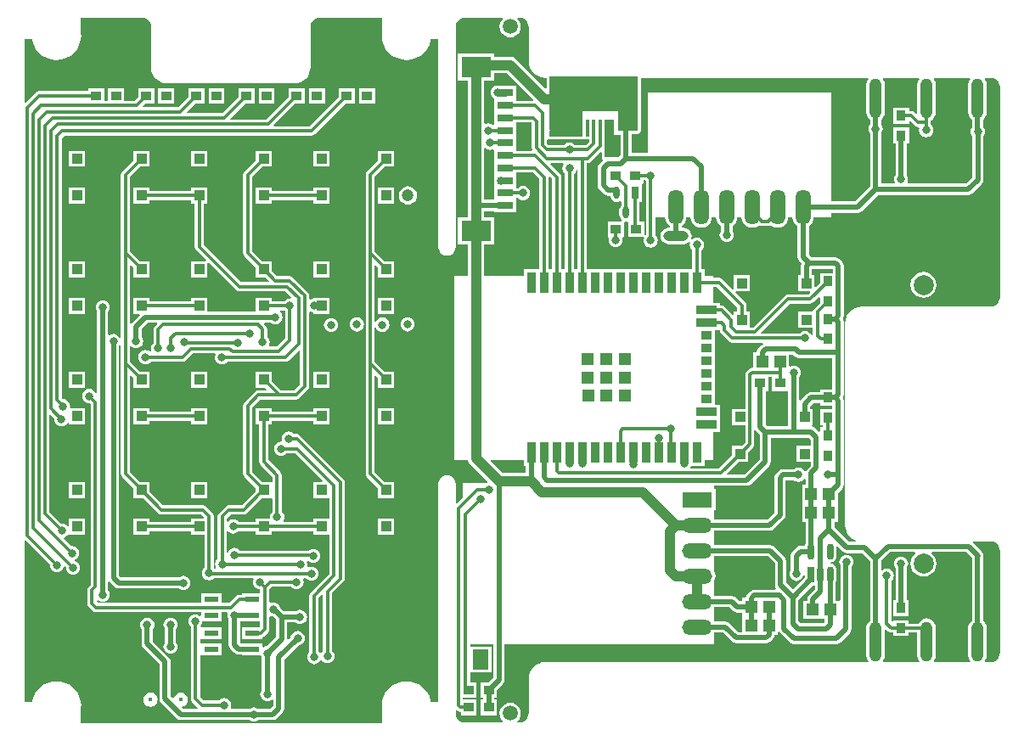
<source format=gtl>
G04*
G04 #@! TF.GenerationSoftware,Altium Limited,Altium Designer,21.2.1 (34)*
G04*
G04 Layer_Physical_Order=1*
G04 Layer_Color=255*
%FSLAX43Y43*%
%MOMM*%
G71*
G04*
G04 #@! TF.SameCoordinates,D37F3DA0-8DBA-475A-B69E-14A0DF471598*
G04*
G04*
G04 #@! TF.FilePolarity,Positive*
G04*
G01*
G75*
%ADD16R,1.000X1.000*%
%ADD17R,1.200X1.200*%
%ADD18R,1.900X1.900*%
%ADD19R,1.700X1.300*%
%ADD20R,1.600X1.400*%
%ADD21R,0.400X1.700*%
%ADD22R,1.300X1.300*%
%ADD23R,1.300X1.300*%
%ADD24R,0.900X2.000*%
%ADD25R,2.000X0.900*%
%ADD26R,1.000X0.900*%
%ADD27R,1.000X0.950*%
G04:AMPARAMS|DCode=28|XSize=1.6mm|YSize=0.7mm|CornerRadius=0.35mm|HoleSize=0mm|Usage=FLASHONLY|Rotation=90.000|XOffset=0mm|YOffset=0mm|HoleType=Round|Shape=RoundedRectangle|*
%AMROUNDEDRECTD28*
21,1,1.600,0.000,0,0,90.0*
21,1,0.900,0.700,0,0,90.0*
1,1,0.700,0.000,0.450*
1,1,0.700,0.000,-0.450*
1,1,0.700,0.000,-0.450*
1,1,0.700,0.000,0.450*
%
%ADD28ROUNDEDRECTD28*%
%ADD29R,0.700X1.600*%
%ADD30O,3.000X1.500*%
%ADD31R,3.000X1.500*%
%ADD32R,1.600X2.000*%
%ADD33R,0.950X1.000*%
%ADD34R,0.700X1.200*%
G04:AMPARAMS|DCode=35|XSize=1.2mm|YSize=0.7mm|CornerRadius=0.35mm|HoleSize=0mm|Usage=FLASHONLY|Rotation=270.000|XOffset=0mm|YOffset=0mm|HoleType=Round|Shape=RoundedRectangle|*
%AMROUNDEDRECTD35*
21,1,1.200,0.000,0,0,270.0*
21,1,0.500,0.700,0,0,270.0*
1,1,0.700,0.000,-0.250*
1,1,0.700,0.000,0.250*
1,1,0.700,0.000,0.250*
1,1,0.700,0.000,-0.250*
%
%ADD35ROUNDEDRECTD35*%
%ADD36O,1.500X3.500*%
%ADD37R,1.600X0.800*%
%ADD38R,3.000X2.100*%
%ADD39O,1.200X4.000*%
%ADD40O,2.500X1.000*%
%ADD41R,1.400X0.600*%
%ADD68C,0.300*%
%ADD69C,0.500*%
%ADD70C,1.000*%
%ADD71C,0.800*%
%ADD72C,1.500*%
%ADD73C,2.000*%
%ADD74C,0.425*%
%ADD75C,1.200*%
%ADD76C,0.800*%
G36*
X53763Y72756D02*
X53984Y72665D01*
X54173Y72519D01*
X54319Y72330D01*
X54410Y72109D01*
X54440Y71878D01*
X54439Y71872D01*
Y68417D01*
X54438D01*
X54470Y68099D01*
X54562Y67794D01*
X54713Y67513D01*
X54915Y67266D01*
X55162Y67064D01*
X55443Y66913D01*
X55749Y66821D01*
X56066Y66789D01*
Y66790D01*
X56235D01*
Y65775D01*
X56118Y65726D01*
X53207Y68637D01*
X53040Y68766D01*
X52845Y68846D01*
X52636Y68874D01*
X50987D01*
Y69204D01*
X47387D01*
Y66504D01*
X48380D01*
Y54054D01*
Y52854D01*
X47387D01*
Y50154D01*
X48380D01*
Y47066D01*
X46990D01*
Y28677D01*
X48402D01*
X48407Y28635D01*
X48488Y28441D01*
X48616Y28274D01*
X50357Y26533D01*
X50308Y26416D01*
X47828D01*
Y24876D01*
X47270Y24318D01*
X47153Y24366D01*
Y26314D01*
X47153D01*
X47124Y26536D01*
X47039Y26743D01*
X46902Y26921D01*
X46725Y27057D01*
X46518Y27143D01*
X46296Y27172D01*
X46074Y27143D01*
X45867Y27057D01*
X45690Y26921D01*
X45554Y26743D01*
X45468Y26536D01*
X45439Y26314D01*
X45439D01*
Y4499D01*
X44673D01*
X44661Y4622D01*
X44521Y5084D01*
X44293Y5510D01*
X43987Y5883D01*
X43614Y6189D01*
X43188Y6417D01*
X42726Y6557D01*
X42246Y6604D01*
X41766Y6557D01*
X41304Y6417D01*
X40878Y6189D01*
X40505Y5883D01*
X40199Y5510D01*
X39972Y5084D01*
X39832Y4622D01*
X39784Y4142D01*
X39789D01*
X39789Y4142D01*
Y2399D01*
X9803D01*
Y4142D01*
X9808D01*
X9761Y4622D01*
X9621Y5084D01*
X9393Y5510D01*
X9087Y5883D01*
X8714Y6189D01*
X8288Y6417D01*
X7826Y6557D01*
X7346Y6604D01*
X6866Y6557D01*
X6404Y6417D01*
X5978Y6189D01*
X5605Y5883D01*
X5299Y5510D01*
X5072Y5084D01*
X4932Y4622D01*
X4919Y4499D01*
X4153D01*
Y20585D01*
X4270Y20633D01*
X6692Y18212D01*
X6685Y18161D01*
X6709Y17978D01*
X6780Y17808D01*
X6892Y17662D01*
X7038Y17550D01*
X7209Y17479D01*
X7391Y17455D01*
X7574Y17479D01*
X7744Y17550D01*
X7891Y17662D01*
X8003Y17808D01*
X8073Y17978D01*
X8078Y18017D01*
X8200Y18058D01*
X8291Y17975D01*
X8286Y17932D01*
X8310Y17750D01*
X8380Y17579D01*
X8492Y17433D01*
X8639Y17321D01*
X8809Y17250D01*
X8992Y17226D01*
X9174Y17250D01*
X9345Y17321D01*
X9491Y17433D01*
X9603Y17579D01*
X9674Y17750D01*
X9698Y17932D01*
X9674Y18115D01*
X9603Y18285D01*
X9491Y18432D01*
X9345Y18544D01*
X9188Y18609D01*
X9176Y18654D01*
X9178Y18742D01*
X9243Y18769D01*
X9389Y18881D01*
X9501Y19027D01*
X9572Y19197D01*
X9596Y19380D01*
X9572Y19563D01*
X9501Y19733D01*
X9389Y19879D01*
X9243Y19992D01*
X9073Y20062D01*
X8890Y20086D01*
X8839Y20080D01*
X8103Y20816D01*
X8141Y20958D01*
X8252Y21004D01*
X8399Y21116D01*
X8469Y21208D01*
X8590Y21242D01*
Y21242D01*
X8590Y21242D01*
X10190D01*
Y22842D01*
X8590D01*
Y22074D01*
X8463Y22031D01*
X8399Y22115D01*
X8252Y22227D01*
X8082Y22297D01*
X7899Y22321D01*
X7849Y22315D01*
X6656Y23507D01*
Y33133D01*
X6774Y33182D01*
X7149Y32806D01*
X7143Y32756D01*
X7167Y32573D01*
X7237Y32403D01*
X7349Y32256D01*
X7496Y32144D01*
X7666Y32074D01*
X7849Y32050D01*
X8031Y32074D01*
X8202Y32144D01*
X8348Y32256D01*
X8460Y32403D01*
X8463Y32410D01*
X8590Y32385D01*
Y32250D01*
X10190D01*
Y33850D01*
X8811D01*
X8699Y33977D01*
X8707Y34036D01*
X8683Y34219D01*
X8612Y34389D01*
X8500Y34535D01*
X8354Y34647D01*
X8184Y34718D01*
X8001Y34742D01*
X7963Y34737D01*
X7866Y34834D01*
Y60786D01*
X8115Y61035D01*
X32771D01*
X32947Y61070D01*
X33096Y61169D01*
X36155Y64228D01*
X37106D01*
Y65778D01*
X35506D01*
Y64877D01*
X32581Y61952D01*
X29049D01*
X29000Y62070D01*
X31159Y64228D01*
X32110D01*
Y65778D01*
X30510D01*
Y64877D01*
X28246Y62613D01*
X24705D01*
X24657Y62730D01*
X26155Y64228D01*
X27106D01*
Y65778D01*
X25506D01*
Y64877D01*
X23886Y63257D01*
X20354D01*
X20305Y63375D01*
X21159Y64228D01*
X22110D01*
Y65778D01*
X20510D01*
Y64877D01*
X19490Y63857D01*
X15954D01*
X15905Y63975D01*
X16159Y64228D01*
X17110D01*
Y65778D01*
X15510D01*
Y64877D01*
X15125Y64492D01*
X14110D01*
Y65778D01*
X12510D01*
Y64492D01*
X12110D01*
Y65778D01*
X10510D01*
Y65462D01*
X5593D01*
X5417Y65427D01*
X5268Y65328D01*
X4270Y64330D01*
X4153Y64378D01*
Y70685D01*
X4919D01*
X4932Y70562D01*
X5072Y70100D01*
X5299Y69674D01*
X5605Y69301D01*
X5978Y68995D01*
X6404Y68768D01*
X6866Y68628D01*
X7346Y68580D01*
X7826Y68628D01*
X8288Y68768D01*
X8714Y68995D01*
X9087Y69301D01*
X9393Y69674D01*
X9621Y70100D01*
X9761Y70562D01*
X9808Y71042D01*
X9803D01*
Y72785D01*
X15875D01*
X15881Y72786D01*
X16112Y72756D01*
X16333Y72665D01*
X16522Y72519D01*
X16668Y72330D01*
X16759Y72109D01*
X16789Y71878D01*
X16788Y71872D01*
Y67869D01*
X16787D01*
X16818Y67551D01*
X16911Y67246D01*
X17062Y66964D01*
X17264Y66718D01*
X17511Y66515D01*
X17792Y66365D01*
X18097Y66272D01*
X18415Y66241D01*
Y66242D01*
X31064D01*
Y66241D01*
X31382Y66272D01*
X31687Y66365D01*
X31969Y66515D01*
X32215Y66718D01*
X32418Y66964D01*
X32568Y67246D01*
X32661Y67551D01*
X32692Y67869D01*
X32691D01*
Y71872D01*
X32690Y71878D01*
X32720Y72109D01*
X32812Y72330D01*
X32957Y72519D01*
X33147Y72665D01*
X33367Y72756D01*
X33598Y72786D01*
X33604Y72785D01*
X39789D01*
Y71042D01*
X39789Y71042D01*
X39784D01*
X39832Y70562D01*
X39972Y70100D01*
X40199Y69674D01*
X40505Y69301D01*
X40878Y68995D01*
X41304Y68768D01*
X41766Y68628D01*
X42246Y68580D01*
X42726Y68628D01*
X43188Y68768D01*
X43614Y68995D01*
X43987Y69301D01*
X44293Y69674D01*
X44521Y70100D01*
X44661Y70562D01*
X44673Y70685D01*
X45439D01*
Y49886D01*
X45439D01*
X45468Y49664D01*
X45554Y49457D01*
X45690Y49279D01*
X45867Y49143D01*
X46074Y49057D01*
X46296Y49028D01*
X46518Y49057D01*
X46725Y49143D01*
X46902Y49279D01*
X47039Y49457D01*
X47124Y49664D01*
X47153Y49886D01*
X47153D01*
Y71872D01*
X47152Y71878D01*
X47182Y72109D01*
X47274Y72330D01*
X47419Y72519D01*
X47609Y72665D01*
X47829Y72756D01*
X48060Y72786D01*
X48066Y72785D01*
X51828D01*
X51869Y72665D01*
X51837Y72641D01*
X51669Y72422D01*
X51563Y72166D01*
X51527Y71892D01*
X51563Y71618D01*
X51669Y71363D01*
X51837Y71143D01*
X52057Y70975D01*
X52312Y70869D01*
X52586Y70833D01*
X52860Y70869D01*
X53116Y70975D01*
X53335Y71143D01*
X53503Y71363D01*
X53609Y71618D01*
X53645Y71892D01*
X53609Y72166D01*
X53503Y72422D01*
X53335Y72641D01*
X53304Y72665D01*
X53345Y72785D01*
X53526D01*
X53532Y72786D01*
X53763Y72756D01*
D02*
G37*
G36*
X54922Y64639D02*
X54870Y64512D01*
X53187D01*
Y66004D01*
X52133D01*
X52087Y66010D01*
X51366D01*
X51360Y66011D01*
X51308Y66004D01*
X50987D01*
Y65900D01*
X50861Y65804D01*
X50749Y65657D01*
X50678Y65487D01*
X50654Y65304D01*
X50678Y65122D01*
X50749Y64951D01*
X50861Y64805D01*
X50862Y64804D01*
X50987Y64708D01*
Y63354D01*
Y62125D01*
X50970Y62110D01*
X50940Y62091D01*
X50860Y62070D01*
X50750Y62154D01*
X50580Y62225D01*
X50397Y62249D01*
X50214Y62225D01*
X50121Y62186D01*
X49994Y62270D01*
Y66504D01*
X50987D01*
Y67260D01*
X52302D01*
X54922Y64639D01*
D02*
G37*
G36*
X98467Y66663D02*
X98400Y66576D01*
X98309Y66357D01*
X98278Y66122D01*
Y63322D01*
X98309Y63087D01*
X98400Y62868D01*
X98544Y62680D01*
X98640Y62606D01*
Y61816D01*
X98605Y61769D01*
X98534Y61599D01*
X98510Y61416D01*
X98534Y61233D01*
X98605Y61063D01*
X98655Y60997D01*
Y56848D01*
X98044Y56236D01*
X92256D01*
X92187Y56363D01*
X92236Y56482D01*
X92260Y56665D01*
X92236Y56848D01*
X92166Y57018D01*
X92128Y57067D01*
Y60230D01*
X92356D01*
Y61830D01*
X90806D01*
Y60230D01*
X91007D01*
Y57101D01*
X90943Y57018D01*
X90872Y56848D01*
X90848Y56665D01*
X90872Y56482D01*
X90922Y56363D01*
X90853Y56236D01*
X89591D01*
Y61302D01*
X89642Y61368D01*
X89713Y61538D01*
X89737Y61721D01*
X89713Y61903D01*
X89642Y62074D01*
X89589Y62143D01*
Y62619D01*
X89668Y62680D01*
X89812Y62868D01*
X89903Y63087D01*
X89934Y63322D01*
Y66122D01*
X89903Y66357D01*
X89812Y66576D01*
X89745Y66663D01*
X89808Y66790D01*
X93325Y66790D01*
X93387Y66663D01*
X93320Y66576D01*
X93229Y66357D01*
X93198Y66122D01*
Y63322D01*
X93208Y63248D01*
X93088Y63189D01*
X92922Y63354D01*
X92774Y63454D01*
X92598Y63489D01*
X92356D01*
Y63830D01*
X90806D01*
Y62230D01*
X92356D01*
Y62444D01*
X92483Y62497D01*
X92956Y62023D01*
X93105Y61924D01*
X93280Y61889D01*
X93321D01*
X93391Y61783D01*
X93378Y61751D01*
X93354Y61568D01*
X93378Y61386D01*
X93448Y61215D01*
X93561Y61069D01*
X93707Y60957D01*
X93877Y60886D01*
X94060Y60862D01*
X94242Y60886D01*
X94413Y60957D01*
X94559Y61069D01*
X94671Y61215D01*
X94742Y61386D01*
X94766Y61568D01*
X94742Y61751D01*
X94671Y61921D01*
X94559Y62068D01*
X94542Y62081D01*
Y62528D01*
X94560Y62536D01*
X94748Y62680D01*
X94892Y62868D01*
X94983Y63087D01*
X95014Y63322D01*
Y66122D01*
X94983Y66357D01*
X94892Y66576D01*
X94825Y66663D01*
X94888Y66790D01*
X98405D01*
X98467Y66663D01*
D02*
G37*
G36*
X62951Y61093D02*
X63575D01*
Y59057D01*
X63395Y58877D01*
X62019D01*
Y61792D01*
X62021D01*
Y61785D01*
X62226D01*
X62219Y61792D01*
X62021D01*
Y62641D01*
X62951D01*
Y61093D01*
D02*
G37*
G36*
X65301Y61517D02*
X63321D01*
Y63427D01*
X59811D01*
Y60947D01*
X56541D01*
Y61517D01*
X56731D01*
X56541Y61557D01*
Y66927D01*
X65301D01*
Y61517D01*
D02*
G37*
G36*
X56424Y60664D02*
X56541Y60641D01*
X59811D01*
X59816Y60642D01*
X60460D01*
Y60418D01*
X60113Y60071D01*
X59030D01*
X58999Y60112D01*
X58853Y60224D01*
X58682Y60294D01*
X58500Y60319D01*
X58317Y60294D01*
X58147Y60224D01*
X58001Y60112D01*
X57969Y60071D01*
X56455D01*
X56279Y60247D01*
Y60609D01*
X56406Y60677D01*
X56424Y60664D01*
D02*
G37*
G36*
X54739Y62293D02*
Y59790D01*
X54769Y59639D01*
X54701Y59512D01*
X53187D01*
Y60854D01*
Y62345D01*
X54687D01*
X54739Y62293D01*
D02*
G37*
G36*
X50244Y59692D02*
X50414Y59622D01*
X50597Y59598D01*
X50780Y59622D01*
X50860Y59655D01*
X50924Y59629D01*
X50987Y59570D01*
Y58354D01*
Y57104D01*
Y55854D01*
Y54614D01*
X49994D01*
Y59750D01*
X50121Y59787D01*
X50244Y59692D01*
D02*
G37*
G36*
X55504Y56701D02*
Y47697D01*
X53943D01*
Y47066D01*
X49994D01*
Y50154D01*
X50987D01*
Y52854D01*
X49994D01*
Y53493D01*
X50987D01*
Y53354D01*
X53187D01*
Y54604D01*
Y54840D01*
X53352D01*
X53387Y54795D01*
X53533Y54683D01*
X53703Y54612D01*
X53886Y54588D01*
X54068Y54612D01*
X54239Y54683D01*
X54385Y54795D01*
X54497Y54941D01*
X54568Y55112D01*
X54592Y55294D01*
X54568Y55477D01*
X54497Y55647D01*
X54385Y55794D01*
X54239Y55906D01*
X54068Y55976D01*
X53886Y56001D01*
X53703Y55976D01*
X53533Y55906D01*
X53387Y55794D01*
X53359Y55758D01*
X53187D01*
Y55854D01*
Y57104D01*
Y57345D01*
X54861D01*
X55504Y56701D01*
D02*
G37*
G36*
X88307Y66663D02*
X88240Y66576D01*
X88149Y66357D01*
X88118Y66122D01*
Y63322D01*
X88149Y63087D01*
X88240Y62868D01*
X88384Y62680D01*
X88468Y62616D01*
Y62137D01*
X88419Y62074D01*
X88349Y61903D01*
X88325Y61721D01*
X88349Y61538D01*
X88419Y61368D01*
X88470Y61302D01*
Y55908D01*
X87021Y54459D01*
X84582D01*
Y65303D01*
X66345D01*
Y59290D01*
X64680D01*
Y61211D01*
X65301D01*
X65418Y61234D01*
X65517Y61301D01*
X65584Y61400D01*
X65607Y61517D01*
Y66790D01*
X88245Y66790D01*
X88307Y66663D01*
D02*
G37*
G36*
X80785Y52624D02*
X80891Y52369D01*
X81059Y52149D01*
X81247Y52005D01*
Y48926D01*
X81290Y48711D01*
X81411Y48530D01*
X81652Y48289D01*
X81613Y48232D01*
X81570Y48017D01*
Y47097D01*
X81331D01*
Y45497D01*
X82471D01*
X82520Y45380D01*
X82316Y45176D01*
X80286D01*
X80111Y45141D01*
X79962Y45042D01*
X76821Y41901D01*
X76501D01*
Y43447D01*
X76160D01*
Y44102D01*
X76125Y44278D01*
X76026Y44426D01*
X75072Y45380D01*
X75121Y45497D01*
X76501D01*
Y47097D01*
X74901D01*
Y45717D01*
X74784Y45668D01*
X73731Y46721D01*
X73582Y46821D01*
X73406Y46856D01*
X72847D01*
Y47066D01*
X71953D01*
Y47697D01*
X71662D01*
Y49599D01*
X71703Y49630D01*
X71815Y49777D01*
X71885Y49947D01*
X71909Y50130D01*
X71885Y50312D01*
X71815Y50483D01*
X71703Y50629D01*
X71556Y50741D01*
X71386Y50812D01*
X71203Y50836D01*
X71021Y50812D01*
X70850Y50741D01*
X70736Y50653D01*
X70632Y50733D01*
X70661Y50804D01*
X70689Y51013D01*
X70661Y51222D01*
X70581Y51417D01*
X70452Y51584D01*
X70285Y51712D01*
X70091Y51793D01*
X69882Y51820D01*
X69669D01*
Y52005D01*
X69857Y52149D01*
X70025Y52369D01*
X70131Y52624D01*
X70162Y52857D01*
X70594D01*
X70625Y52624D01*
X70731Y52369D01*
X70899Y52149D01*
X71118Y51981D01*
X71374Y51875D01*
X71648Y51839D01*
X71922Y51875D01*
X72177Y51981D01*
X72397Y52149D01*
X72565Y52369D01*
X72671Y52624D01*
X72702Y52857D01*
X73134D01*
X73165Y52624D01*
X73271Y52369D01*
X73439Y52149D01*
X73627Y52005D01*
Y51544D01*
X73560Y51456D01*
X73490Y51286D01*
X73466Y51103D01*
X73490Y50921D01*
X73560Y50750D01*
X73672Y50604D01*
X73819Y50492D01*
X73989Y50421D01*
X74172Y50397D01*
X74354Y50421D01*
X74525Y50492D01*
X74671Y50604D01*
X74783Y50750D01*
X74854Y50921D01*
X74878Y51103D01*
X74854Y51286D01*
X74783Y51456D01*
X74749Y51501D01*
Y52005D01*
X74937Y52149D01*
X75105Y52369D01*
X75211Y52624D01*
X75242Y52857D01*
X75674D01*
X75705Y52624D01*
X75811Y52369D01*
X75979Y52149D01*
X76198Y51981D01*
X76454Y51875D01*
X76728Y51839D01*
X77002Y51875D01*
X77257Y51981D01*
X77421Y52107D01*
X77507Y52049D01*
X77683Y52014D01*
X78313D01*
X78488Y52049D01*
X78575Y52107D01*
X78738Y51981D01*
X78994Y51875D01*
X79268Y51839D01*
X79542Y51875D01*
X79797Y51981D01*
X80017Y52149D01*
X80185Y52369D01*
X80291Y52624D01*
X80322Y52857D01*
X80754D01*
X80785Y52624D01*
D02*
G37*
G36*
X66076Y56535D02*
X66132Y56493D01*
Y51116D01*
X66068Y51063D01*
X65941Y51117D01*
Y52471D01*
X65512D01*
Y54406D01*
X65704D01*
Y56206D01*
X65799Y56282D01*
X65883D01*
Y56576D01*
X66045D01*
X66076Y56535D01*
D02*
G37*
G36*
X61713Y59319D02*
Y58877D01*
X61737Y58760D01*
X61803Y58661D01*
X61815Y58653D01*
X61827Y58526D01*
X61481Y58180D01*
X61360Y57998D01*
X61317Y57784D01*
Y56082D01*
X61360Y55867D01*
X61481Y55685D01*
X61969Y55198D01*
X62151Y55076D01*
X62366Y55033D01*
X62571D01*
X62590Y54886D01*
X62656Y54728D01*
X62760Y54592D01*
X62896Y54488D01*
X63054Y54423D01*
X63224Y54400D01*
X63393Y54423D01*
X63551Y54488D01*
X63566Y54499D01*
X63680Y54443D01*
Y54067D01*
X63675Y54063D01*
X63571Y53927D01*
X63505Y53769D01*
X63483Y53599D01*
Y53099D01*
X63505Y52930D01*
X63571Y52771D01*
X63675Y52636D01*
X63724Y52598D01*
X63681Y52471D01*
X62341D01*
Y50921D01*
X62373D01*
X62443Y50816D01*
X62428Y50780D01*
X62404Y50597D01*
X62428Y50415D01*
X62499Y50244D01*
X62611Y50098D01*
X62757Y49986D01*
X62928Y49915D01*
X63110Y49891D01*
X63293Y49915D01*
X63463Y49986D01*
X63610Y50098D01*
X63722Y50244D01*
X63792Y50415D01*
X63816Y50597D01*
X63792Y50780D01*
X63778Y50816D01*
X63848Y50921D01*
X63941D01*
Y52346D01*
X64068Y52453D01*
X64139Y52444D01*
X64214Y52454D01*
X64341Y52350D01*
X64341Y52349D01*
Y50921D01*
X65858D01*
X65943Y50795D01*
X65924Y50749D01*
X65900Y50567D01*
X65924Y50384D01*
X65995Y50214D01*
X66107Y50067D01*
X66253Y49955D01*
X66423Y49885D01*
X66606Y49861D01*
X66789Y49885D01*
X66959Y49955D01*
X67105Y50067D01*
X67218Y50214D01*
X67288Y50384D01*
X67312Y50567D01*
X67288Y50749D01*
X67218Y50920D01*
X67105Y51066D01*
X67050Y51109D01*
Y52857D01*
X68054D01*
X68085Y52624D01*
X68191Y52369D01*
X68359Y52149D01*
X68547Y52005D01*
Y51820D01*
X68382D01*
X68173Y51793D01*
X67978Y51712D01*
X67811Y51584D01*
X67683Y51417D01*
X67602Y51222D01*
X67575Y51013D01*
X67602Y50804D01*
X67683Y50610D01*
X67811Y50443D01*
X67978Y50314D01*
X68173Y50234D01*
X68382Y50206D01*
X69882D01*
X70091Y50234D01*
X70285Y50314D01*
X70431Y50426D01*
X70517Y50380D01*
X70540Y50358D01*
X70521Y50312D01*
X70497Y50130D01*
X70521Y49947D01*
X70592Y49777D01*
X70704Y49630D01*
X70744Y49599D01*
Y47697D01*
X60232D01*
Y58265D01*
X60303D01*
X60479Y58300D01*
X60628Y58399D01*
X61596Y59367D01*
X61713Y59319D01*
D02*
G37*
G36*
X59314Y57611D02*
Y47697D01*
X58959D01*
Y57228D01*
X58999Y57259D01*
X59111Y57405D01*
X59182Y57576D01*
X59187Y57619D01*
X59314Y57611D01*
D02*
G37*
G36*
X57909Y58138D02*
X57888Y58111D01*
X57818Y57941D01*
X57794Y57758D01*
X57818Y57576D01*
X57888Y57405D01*
X58001Y57259D01*
X58041Y57228D01*
Y47697D01*
X57692D01*
Y56866D01*
X57657Y57041D01*
X57558Y57190D01*
X56601Y58147D01*
X56649Y58265D01*
X57846D01*
X57909Y58138D01*
D02*
G37*
G36*
X56774Y56676D02*
Y47697D01*
X56422D01*
Y56848D01*
X56542Y56908D01*
X56774Y56676D01*
D02*
G37*
G36*
X84750Y47287D02*
X83476D01*
Y46336D01*
X83048Y45908D01*
X82931Y45957D01*
Y47097D01*
X82692D01*
Y47749D01*
X84750D01*
Y47287D01*
D02*
G37*
G36*
X100763Y66761D02*
X100984Y66670D01*
X101173Y66524D01*
X101319Y66335D01*
X101410Y66114D01*
X101440Y65883D01*
X101439Y65877D01*
X101439Y44867D01*
X101440Y44861D01*
X101410Y44630D01*
X101319Y44410D01*
X101173Y44220D01*
X100984Y44075D01*
X100763Y43983D01*
X100532Y43953D01*
X100526Y43954D01*
X87606D01*
Y43955D01*
X87289Y43924D01*
X86983Y43831D01*
X86702Y43681D01*
X86455Y43478D01*
X86253Y43231D01*
X86102Y42950D01*
X86010Y42645D01*
X85978Y42327D01*
X85979D01*
Y22167D01*
X85978D01*
X86010Y21849D01*
X86102Y21544D01*
X86253Y21263D01*
X86455Y21016D01*
X86702Y20814D01*
X86983Y20663D01*
X87086Y20632D01*
X87067Y20505D01*
X86399D01*
X84937Y21967D01*
Y22497D01*
X85276D01*
Y24247D01*
X85276Y24297D01*
X85276D01*
X85266Y24370D01*
X85266D01*
Y25377D01*
X85683Y25794D01*
X85804Y25975D01*
X85847Y26190D01*
Y27217D01*
Y34599D01*
X85804Y34814D01*
X85752Y34892D01*
X85804Y34970D01*
X85847Y35185D01*
Y39392D01*
Y42449D01*
X85804Y42664D01*
X85756Y42736D01*
X85829Y42845D01*
X85872Y43060D01*
Y48017D01*
X85829Y48232D01*
X85708Y48414D01*
X85415Y48706D01*
X85233Y48828D01*
X85018Y48871D01*
X82656D01*
X82369Y49158D01*
Y52005D01*
X82557Y52149D01*
X82725Y52369D01*
X82831Y52624D01*
X82862Y52857D01*
X84582D01*
Y53337D01*
X87253D01*
X87468Y53380D01*
X87650Y53502D01*
X89263Y55115D01*
X98276D01*
X98491Y55157D01*
X98673Y55279D01*
X99612Y56219D01*
X99734Y56401D01*
X99777Y56615D01*
Y60997D01*
X99827Y61063D01*
X99898Y61233D01*
X99922Y61416D01*
X99898Y61599D01*
X99827Y61769D01*
X99762Y61854D01*
Y62629D01*
X99828Y62680D01*
X99972Y62868D01*
X100063Y63087D01*
X100094Y63322D01*
Y66122D01*
X100063Y66357D01*
X99972Y66576D01*
X99905Y66663D01*
X99968Y66790D01*
X100526D01*
X100532Y66791D01*
X100763Y66761D01*
D02*
G37*
G36*
X75242Y43912D02*
Y43447D01*
X74901D01*
Y43213D01*
X74784Y43164D01*
X74012Y43936D01*
X73863Y44036D01*
X73688Y44071D01*
X73503D01*
Y44362D01*
X72847D01*
Y45938D01*
X73216D01*
X75242Y43912D01*
D02*
G37*
G36*
X83476Y44872D02*
Y44336D01*
X82912Y43771D01*
X82812Y43623D01*
X82777Y43447D01*
X81331D01*
Y41847D01*
X82777D01*
Y41128D01*
X82650Y41103D01*
X82623Y41170D01*
X82510Y41316D01*
X82364Y41429D01*
X82194Y41499D01*
X82011Y41523D01*
X81828Y41499D01*
X81658Y41429D01*
X81512Y41316D01*
X81481Y41276D01*
X77660D01*
X77611Y41393D01*
X80476Y44258D01*
X82506D01*
X82682Y44293D01*
X82831Y44393D01*
X83359Y44921D01*
X83476Y44872D01*
D02*
G37*
G36*
X80990Y38996D02*
X81172Y38874D01*
X81386Y38831D01*
X84725D01*
Y35710D01*
X83483D01*
Y35471D01*
X82604D01*
X82390Y35428D01*
X82208Y35307D01*
X81560Y34659D01*
X81540Y34629D01*
X81413Y34667D01*
Y36943D01*
X81463Y37009D01*
X81534Y37179D01*
X81558Y37362D01*
X81534Y37545D01*
X81463Y37715D01*
X81351Y37861D01*
X81205Y37974D01*
X81034Y38044D01*
X80852Y38068D01*
X80669Y38044D01*
X80543Y37992D01*
X80416Y38057D01*
Y39176D01*
X80809D01*
X80990Y38996D01*
D02*
G37*
G36*
X78716Y35557D02*
X80291D01*
Y32028D01*
X78248D01*
X78077Y32199D01*
Y35557D01*
X78316D01*
Y36953D01*
X78716D01*
Y35557D01*
D02*
G37*
G36*
X83483Y34110D02*
X84725D01*
Y33710D01*
X83483D01*
Y32110D01*
X83797D01*
Y31927D01*
X83481D01*
Y31531D01*
X83364Y31482D01*
X82983Y31864D01*
X82801Y31985D01*
X82625Y32020D01*
X82638Y32147D01*
X82756D01*
Y33747D01*
X82517D01*
Y34030D01*
X82836Y34349D01*
X83483D01*
Y34110D01*
D02*
G37*
G36*
X73512Y41441D02*
X73612Y41293D01*
X74412Y40493D01*
X74561Y40393D01*
X74736Y40358D01*
X77760D01*
X77799Y40231D01*
X77653Y40134D01*
X77360Y39841D01*
X77238Y39659D01*
X77195Y39444D01*
Y39392D01*
X76856D01*
Y37871D01*
X76706D01*
X76531Y37836D01*
X76382Y37736D01*
X76152Y37507D01*
X76052Y37358D01*
X76017Y37182D01*
Y33747D01*
X74726D01*
Y32147D01*
X76017D01*
Y30437D01*
X75677Y30097D01*
X74726D01*
Y29146D01*
X73394Y27813D01*
X70576D01*
X70520Y27927D01*
X70541Y27955D01*
X70600Y28097D01*
X71953D01*
Y28677D01*
X72847D01*
Y31432D01*
X73503D01*
Y32702D01*
Y34202D01*
X73003D01*
Y35242D01*
Y36512D01*
Y37782D01*
Y39052D01*
Y40322D01*
Y41592D01*
X73482D01*
X73512Y41441D01*
D02*
G37*
G36*
X82550Y30710D02*
Y30097D01*
X81156D01*
Y28497D01*
X82550D01*
Y28099D01*
X82210Y27759D01*
X82088Y27577D01*
X82083Y27550D01*
X81951Y27537D01*
X81948Y27545D01*
X81835Y27691D01*
X81689Y27804D01*
X81519Y27874D01*
X81336Y27898D01*
X81153Y27874D01*
X80983Y27804D01*
X80917Y27753D01*
X79789D01*
X79574Y27710D01*
X79392Y27589D01*
X79099Y27296D01*
X78978Y27114D01*
X78935Y26899D01*
Y23433D01*
X78235Y22733D01*
X72949D01*
Y23662D01*
X73061D01*
Y25762D01*
X72949D01*
Y26082D01*
X76178D01*
X76393Y26125D01*
X76575Y26247D01*
X78413Y28085D01*
X78534Y28267D01*
X78577Y28481D01*
Y30906D01*
X82354D01*
X82550Y30710D01*
D02*
G37*
G36*
X53943Y28097D02*
X54132D01*
Y27364D01*
X51808D01*
X50613Y28559D01*
X50661Y28677D01*
X53943D01*
Y28097D01*
D02*
G37*
G36*
X77120Y31571D02*
X77455Y31235D01*
Y28714D01*
X75946Y27204D01*
X74248D01*
X74199Y27321D01*
X75375Y28497D01*
X76326D01*
Y29448D01*
X76801Y29923D01*
X76900Y30071D01*
X76935Y30247D01*
Y31618D01*
X77062Y31657D01*
X77120Y31571D01*
D02*
G37*
G36*
X82045Y26758D02*
Y26170D01*
X81706D01*
Y24420D01*
X81706Y24370D01*
X81706D01*
X81716Y24297D01*
X81716D01*
Y22497D01*
X82041D01*
Y20348D01*
X82029Y20333D01*
X81964Y20175D01*
X81956Y20116D01*
X81551D01*
X81336Y20073D01*
X81155Y19952D01*
X80735Y19532D01*
X80613Y19350D01*
X80570Y19135D01*
Y17715D01*
X80520Y17649D01*
X80449Y17479D01*
X80425Y17296D01*
X80449Y17113D01*
X80520Y16943D01*
X80632Y16797D01*
X80778Y16685D01*
X80948Y16614D01*
X81131Y16590D01*
X81314Y16614D01*
X81484Y16685D01*
X81630Y16797D01*
X81743Y16943D01*
X81813Y17113D01*
X81820Y17167D01*
X81947Y17158D01*
Y16916D01*
X80786Y15755D01*
X80105Y16436D01*
Y18610D01*
X80062Y18824D01*
X79940Y19006D01*
X78918Y20029D01*
X78736Y20150D01*
X78522Y20193D01*
X72949D01*
Y21611D01*
X78467D01*
X78682Y21654D01*
X78864Y21776D01*
X79892Y22804D01*
X80014Y22986D01*
X80057Y23201D01*
Y26631D01*
X80917D01*
X80983Y26581D01*
X81153Y26510D01*
X81336Y26486D01*
X81519Y26510D01*
X81689Y26581D01*
X81835Y26693D01*
X81918Y26801D01*
X82045Y26758D01*
D02*
G37*
G36*
X98625Y18922D02*
Y12677D01*
X98544Y12614D01*
X98400Y12426D01*
X98309Y12207D01*
X98278Y11972D01*
Y9172D01*
X98309Y8938D01*
X98400Y8719D01*
X98467Y8631D01*
X98405Y8504D01*
X94888D01*
X94825Y8631D01*
X94892Y8719D01*
X94983Y8938D01*
X95014Y9172D01*
Y11972D01*
X94983Y12207D01*
X94892Y12426D01*
X94748Y12614D01*
X94560Y12759D01*
X94341Y12849D01*
X94106Y12880D01*
X93871Y12849D01*
X93652Y12759D01*
X93464Y12614D01*
X93320Y12426D01*
X93291Y12356D01*
X92330D01*
Y12697D01*
X90780D01*
Y12616D01*
X90653Y12552D01*
X90607Y12587D01*
Y16613D01*
X90647Y16644D01*
X90760Y16791D01*
X90830Y16961D01*
X90854Y17144D01*
X90830Y17326D01*
X90760Y17497D01*
X90647Y17643D01*
X90501Y17755D01*
X90331Y17826D01*
X90148Y17850D01*
X89965Y17826D01*
X89795Y17755D01*
X89714Y17693D01*
X89587Y17755D01*
Y18583D01*
X90482Y19478D01*
X92939D01*
X92979Y19358D01*
X92869Y19273D01*
X92661Y19002D01*
X92530Y18686D01*
X92485Y18346D01*
X92530Y18007D01*
X92661Y17691D01*
X92869Y17419D01*
X93141Y17211D01*
X93457Y17080D01*
X93796Y17035D01*
X94136Y17080D01*
X94452Y17211D01*
X94723Y17419D01*
X94932Y17691D01*
X95063Y18007D01*
X95107Y18346D01*
X95063Y18686D01*
X94932Y19002D01*
X94723Y19273D01*
X94613Y19358D01*
X94654Y19478D01*
X98069D01*
X98625Y18922D01*
D02*
G37*
G36*
X78983Y18378D02*
Y16204D01*
X79026Y15989D01*
X79112Y15860D01*
X79048Y15733D01*
X76938D01*
X76723Y15690D01*
X76541Y15569D01*
X76245Y15272D01*
X76123Y15090D01*
X76090Y14922D01*
X75741D01*
Y14583D01*
X75467D01*
X75101Y14949D01*
X74920Y15070D01*
X74705Y15113D01*
X72949D01*
Y16612D01*
X73034Y16818D01*
X73070Y17092D01*
X73034Y17366D01*
X72949Y17572D01*
Y19071D01*
X78289D01*
X78983Y18378D01*
D02*
G37*
G36*
X82986Y15810D02*
X82377Y15201D01*
X82255Y15019D01*
X82212Y14804D01*
Y14647D01*
X81831D01*
Y12847D01*
X83933D01*
Y12457D01*
X83854Y12378D01*
X81543D01*
X81347Y12574D01*
Y14729D01*
X82740Y16123D01*
X82986D01*
Y15810D01*
D02*
G37*
G36*
X74838Y13626D02*
X75020Y13504D01*
X75235Y13461D01*
X75741D01*
Y13122D01*
X75741D01*
Y13017D01*
X75741D01*
Y11503D01*
X75368D01*
X74463Y12409D01*
X74281Y12530D01*
X74066Y12573D01*
X72949D01*
Y13991D01*
X74473D01*
X74838Y13626D01*
D02*
G37*
G36*
X85770Y19548D02*
X85952Y19426D01*
X86167Y19383D01*
X87665D01*
X88465Y18583D01*
Y12677D01*
X88384Y12614D01*
X88240Y12426D01*
X88149Y12207D01*
X88118Y11972D01*
Y9172D01*
X88149Y8938D01*
X88240Y8719D01*
X88307Y8631D01*
X88245Y8504D01*
X56193Y8504D01*
X56066Y8505D01*
Y8505D01*
X55749Y8474D01*
X55443Y8381D01*
X55162Y8231D01*
X54915Y8028D01*
X54713Y7781D01*
X54562Y7500D01*
X54470Y7195D01*
X54438Y6877D01*
X54439D01*
Y3417D01*
X54440Y3411D01*
X54410Y3180D01*
X54319Y2960D01*
X54173Y2770D01*
X53984Y2625D01*
X53763Y2533D01*
X53532Y2503D01*
X53526Y2504D01*
X53345D01*
X53304Y2624D01*
X53335Y2648D01*
X53503Y2868D01*
X53609Y3123D01*
X53645Y3397D01*
X53609Y3671D01*
X53503Y3927D01*
X53335Y4146D01*
X53116Y4314D01*
X52860Y4420D01*
X52586Y4456D01*
X52312Y4420D01*
X52057Y4314D01*
X51837Y4146D01*
X51669Y3927D01*
X51563Y3671D01*
X51527Y3397D01*
X51563Y3123D01*
X51669Y2868D01*
X51837Y2648D01*
X51869Y2624D01*
X51828Y2504D01*
X48066D01*
X48060Y2503D01*
X47829Y2533D01*
X47609Y2625D01*
X47419Y2770D01*
X47274Y2960D01*
X47182Y3180D01*
X47152Y3411D01*
X47153Y3417D01*
Y3630D01*
X47224Y3659D01*
X47280Y3670D01*
X47426Y3573D01*
X47601Y3538D01*
X47653D01*
Y3221D01*
X49253D01*
Y4771D01*
X47884D01*
Y4949D01*
X49253D01*
Y6499D01*
X48585D01*
Y7460D01*
X50742D01*
Y10060D01*
X48585D01*
Y10287D01*
X50913D01*
Y6977D01*
X50435Y6499D01*
X49653D01*
Y4949D01*
X49892D01*
Y4771D01*
X49653D01*
Y3221D01*
X51253D01*
Y4771D01*
X51014D01*
Y4949D01*
X51253D01*
Y5731D01*
X51871Y6349D01*
X51992Y6530D01*
X52035Y6745D01*
Y10287D01*
X72923D01*
X72949Y10312D01*
Y11451D01*
X73834D01*
X74740Y10546D01*
X74922Y10424D01*
X75136Y10381D01*
X78108D01*
X78323Y10424D01*
X78505Y10546D01*
X78798Y10838D01*
X78919Y11020D01*
X78958Y11217D01*
X79301D01*
Y11493D01*
X79428Y11531D01*
X79490Y11439D01*
X80455Y10473D01*
X80637Y10352D01*
X80852Y10309D01*
X85144D01*
X85359Y10352D01*
X85541Y10473D01*
X86455Y11388D01*
X86577Y11570D01*
X86620Y11784D01*
Y18030D01*
X86721Y18162D01*
X86792Y18333D01*
X86816Y18515D01*
X86792Y18698D01*
X86721Y18868D01*
X86609Y19015D01*
X86463Y19127D01*
X86292Y19197D01*
X86110Y19221D01*
X85927Y19197D01*
X85757Y19127D01*
X85610Y19015D01*
X85498Y18868D01*
X85428Y18698D01*
X85404Y18515D01*
X85428Y18333D01*
X85498Y18163D01*
Y14696D01*
X85391Y14647D01*
X85055D01*
Y16432D01*
X85065Y16445D01*
X85130Y16603D01*
X85153Y16773D01*
Y17673D01*
X85130Y17842D01*
X85065Y18000D01*
X84961Y18136D01*
X84825Y18240D01*
X84667Y18306D01*
X84523Y18325D01*
Y18453D01*
X84667Y18472D01*
X84825Y18537D01*
X84961Y18641D01*
X85065Y18777D01*
X85130Y18935D01*
X85153Y19105D01*
Y19986D01*
X85198Y20018D01*
X85276Y20042D01*
X85770Y19548D01*
D02*
G37*
G36*
X90270Y11573D02*
X90418Y11473D01*
X90594Y11438D01*
X90780D01*
Y11097D01*
X92330D01*
Y11438D01*
X93198D01*
Y9172D01*
X93229Y8938D01*
X93320Y8719D01*
X93387Y8631D01*
X93325Y8504D01*
X89808D01*
X89745Y8631D01*
X89812Y8719D01*
X89903Y8938D01*
X89934Y9172D01*
Y11743D01*
X90051Y11791D01*
X90270Y11573D01*
D02*
G37*
G36*
X100763Y20511D02*
X100984Y20420D01*
X101173Y20274D01*
X101319Y20085D01*
X101410Y19864D01*
X101440Y19633D01*
X101439Y19627D01*
Y9417D01*
X101440Y9411D01*
X101410Y9180D01*
X101319Y8960D01*
X101173Y8770D01*
X100984Y8625D01*
X100763Y8533D01*
X100532Y8503D01*
X100526Y8504D01*
X99968D01*
X99905Y8631D01*
X99972Y8719D01*
X100063Y8938D01*
X100094Y9172D01*
Y11972D01*
X100063Y12207D01*
X99972Y12426D01*
X99828Y12614D01*
X99747Y12677D01*
Y18975D01*
X99777Y19125D01*
X99734Y19339D01*
X99612Y19521D01*
X98721Y20413D01*
X98753Y20540D01*
X100526D01*
X100532Y20541D01*
X100763Y20511D01*
D02*
G37*
%LPC*%
G36*
X39106Y65778D02*
X37506D01*
Y64228D01*
X39106D01*
Y65778D01*
D02*
G37*
G36*
X29106D02*
X27506D01*
Y64228D01*
X29106D01*
Y65778D01*
D02*
G37*
G36*
X19110D02*
X17510D01*
Y64228D01*
X19110D01*
Y65778D01*
D02*
G37*
G36*
X34110Y65778D02*
X32510D01*
Y64228D01*
X34110D01*
Y65778D01*
D02*
G37*
G36*
X24110D02*
X22510D01*
Y64228D01*
X24110D01*
Y65778D01*
D02*
G37*
G36*
X22395Y59517D02*
X20795D01*
Y57917D01*
X22395D01*
Y59517D01*
D02*
G37*
G36*
X10195D02*
X8595D01*
Y57917D01*
X10195D01*
Y59517D01*
D02*
G37*
G36*
X34600Y59517D02*
X33000D01*
Y57917D01*
X34600D01*
Y59517D01*
D02*
G37*
G36*
X10195Y55867D02*
X8595D01*
Y54267D01*
X10195D01*
Y55867D01*
D02*
G37*
G36*
X28825Y55867D02*
X27225D01*
Y54267D01*
X28825D01*
Y54608D01*
X33000D01*
Y54267D01*
X34600D01*
Y55867D01*
X33000D01*
Y55526D01*
X28825D01*
Y55867D01*
D02*
G37*
G36*
X41030Y55867D02*
X39430D01*
Y54267D01*
X41030D01*
Y55867D01*
D02*
G37*
G36*
X42393Y55975D02*
X42158Y55944D01*
X41939Y55853D01*
X41751Y55709D01*
X41606Y55521D01*
X41516Y55302D01*
X41485Y55067D01*
X41516Y54832D01*
X41606Y54613D01*
X41751Y54425D01*
X41939Y54281D01*
X42158Y54190D01*
X42393Y54159D01*
X42628Y54190D01*
X42846Y54281D01*
X43034Y54425D01*
X43179Y54613D01*
X43269Y54832D01*
X43300Y55067D01*
X43269Y55302D01*
X43179Y55521D01*
X43034Y55709D01*
X42846Y55853D01*
X42628Y55944D01*
X42393Y55975D01*
D02*
G37*
G36*
X34595Y48505D02*
X32995D01*
Y46905D01*
X34595D01*
Y48505D01*
D02*
G37*
G36*
X10190D02*
X8590D01*
Y46905D01*
X10190D01*
Y48505D01*
D02*
G37*
G36*
X41030Y59517D02*
X39430D01*
Y58566D01*
X38305Y57440D01*
X38205Y57291D01*
X38170Y57116D01*
Y49301D01*
Y38296D01*
Y27288D01*
X38205Y27112D01*
X38305Y26963D01*
X39425Y25843D01*
Y24892D01*
X41025D01*
Y26492D01*
X40074D01*
X39088Y27478D01*
Y37023D01*
X39205Y37071D01*
X39425Y36851D01*
Y35900D01*
X41025D01*
Y37500D01*
X40074D01*
X39088Y38486D01*
Y41849D01*
X39215Y41875D01*
X39241Y41811D01*
X39353Y41665D01*
X39500Y41553D01*
X39670Y41482D01*
X39853Y41458D01*
X40035Y41482D01*
X40206Y41553D01*
X40352Y41665D01*
X40464Y41811D01*
X40535Y41981D01*
X40559Y42164D01*
X40535Y42347D01*
X40464Y42517D01*
X40352Y42663D01*
X40206Y42775D01*
X40035Y42846D01*
X39853Y42870D01*
X39670Y42846D01*
X39500Y42775D01*
X39353Y42663D01*
X39241Y42517D01*
X39215Y42453D01*
X39088Y42479D01*
Y48028D01*
X39205Y48076D01*
X39425Y47856D01*
Y46905D01*
X41025D01*
Y48505D01*
X40074D01*
X39088Y49491D01*
Y56926D01*
X40079Y57917D01*
X41030D01*
Y59517D01*
D02*
G37*
G36*
X28825Y59517D02*
X27225D01*
Y58566D01*
X26100Y57440D01*
X26000Y57291D01*
X25965Y57116D01*
Y49301D01*
X26000Y49126D01*
X26100Y48977D01*
X27220Y47856D01*
Y46905D01*
X28171D01*
X28552Y46525D01*
X28503Y46407D01*
X25768D01*
X22054Y50121D01*
Y54267D01*
X22395D01*
Y55867D01*
X20795D01*
Y55526D01*
X16625D01*
Y55867D01*
X15025D01*
Y54267D01*
X16625D01*
Y54608D01*
X20795D01*
Y54267D01*
X21136D01*
Y49931D01*
X21171Y49756D01*
X21271Y49607D01*
X22255Y48623D01*
X22206Y48505D01*
X20790D01*
Y46905D01*
X22390D01*
Y48322D01*
X22507Y48370D01*
X25253Y45624D01*
X25402Y45525D01*
X25578Y45490D01*
X30147D01*
X30749Y44888D01*
X30690Y44767D01*
X30632Y44775D01*
X30450Y44751D01*
X30279Y44680D01*
X30133Y44568D01*
X30092Y44514D01*
X28820D01*
Y44855D01*
X27220D01*
Y43487D01*
X22390D01*
Y44855D01*
X20790D01*
Y44514D01*
X16620D01*
Y44855D01*
X15020D01*
Y43255D01*
X15601D01*
X15650Y43138D01*
X14894Y42383D01*
X14810Y42256D01*
X14683Y42295D01*
Y48028D01*
X14800Y48076D01*
X15020Y47856D01*
Y46905D01*
X16620D01*
Y48505D01*
X15669D01*
X14683Y49491D01*
Y56926D01*
X15674Y57917D01*
X16625D01*
Y59517D01*
X15025D01*
Y58566D01*
X13900Y57440D01*
X13800Y57291D01*
X13765Y57116D01*
Y49301D01*
Y40929D01*
X13651Y40895D01*
X13638Y40896D01*
X13529Y41038D01*
X13383Y41150D01*
X13213Y41220D01*
X13030Y41244D01*
X12847Y41220D01*
X12677Y41150D01*
X12638Y41120D01*
X12511Y41183D01*
Y43455D01*
X12575Y43538D01*
X12645Y43708D01*
X12669Y43891D01*
X12645Y44074D01*
X12575Y44244D01*
X12463Y44390D01*
X12316Y44503D01*
X12146Y44573D01*
X11963Y44597D01*
X11781Y44573D01*
X11610Y44503D01*
X11464Y44390D01*
X11352Y44244D01*
X11281Y44074D01*
X11257Y43891D01*
X11281Y43708D01*
X11352Y43538D01*
X11390Y43489D01*
Y35348D01*
X11263Y35323D01*
X11229Y35405D01*
X11116Y35551D01*
X10970Y35663D01*
X10800Y35734D01*
X10617Y35758D01*
X10434Y35734D01*
X10264Y35663D01*
X10118Y35551D01*
X10006Y35405D01*
X9935Y35235D01*
X9911Y35052D01*
X9935Y34869D01*
X10006Y34699D01*
X10118Y34553D01*
X10264Y34441D01*
X10434Y34370D01*
X10617Y34346D01*
X10668Y34353D01*
X10780Y34241D01*
Y16229D01*
X10572Y16022D01*
X10473Y15873D01*
X10438Y15697D01*
Y14365D01*
X10473Y14189D01*
X10572Y14040D01*
X10992Y13620D01*
X11141Y13521D01*
X11317Y13486D01*
X21786D01*
Y13173D01*
X21659Y13110D01*
X21562Y13184D01*
X21392Y13255D01*
X21209Y13279D01*
X21026Y13255D01*
X20856Y13184D01*
X20710Y13072D01*
X20598Y12926D01*
X20527Y12756D01*
X20503Y12573D01*
X20527Y12390D01*
X20598Y12220D01*
X20710Y12074D01*
X20750Y12043D01*
Y4877D01*
X20785Y4701D01*
X20885Y4552D01*
X21471Y3966D01*
X21419Y3839D01*
X19992D01*
X19880Y3950D01*
X19936Y4074D01*
X20090Y4138D01*
X20236Y4251D01*
X20349Y4397D01*
X20419Y4567D01*
X20443Y4750D01*
X20419Y4933D01*
X20349Y5103D01*
X20236Y5249D01*
X20090Y5361D01*
X19920Y5432D01*
X19737Y5456D01*
X19554Y5432D01*
X19384Y5361D01*
X19238Y5249D01*
X19126Y5103D01*
X19062Y4949D01*
X18938Y4893D01*
X18747Y5084D01*
Y8560D01*
X18704Y8774D01*
X18583Y8956D01*
X16969Y10570D01*
Y11824D01*
X17020Y11890D01*
X17090Y12060D01*
X17114Y12243D01*
X17090Y12426D01*
X17020Y12596D01*
X16908Y12742D01*
X16761Y12854D01*
X16591Y12925D01*
X16408Y12949D01*
X16226Y12925D01*
X16055Y12854D01*
X15909Y12742D01*
X15797Y12596D01*
X15726Y12426D01*
X15702Y12243D01*
X15726Y12060D01*
X15797Y11890D01*
X15848Y11824D01*
Y10338D01*
X15890Y10123D01*
X16012Y9941D01*
X17626Y8328D01*
Y4851D01*
X17668Y4637D01*
X17790Y4455D01*
X19363Y2881D01*
X19545Y2760D01*
X19760Y2717D01*
X26631D01*
X26697Y2667D01*
X26867Y2596D01*
X27050Y2572D01*
X27232Y2596D01*
X27403Y2667D01*
X27469Y2717D01*
X28907D01*
X29121Y2760D01*
X29303Y2881D01*
X29911Y3490D01*
X30033Y3672D01*
X30076Y3886D01*
Y8789D01*
X31496Y10209D01*
X31578Y10220D01*
X31749Y10290D01*
X31895Y10403D01*
X32007Y10549D01*
X32077Y10719D01*
X32102Y10902D01*
X32077Y11085D01*
X32007Y11255D01*
X31895Y11401D01*
X31749Y11513D01*
X31578Y11584D01*
X31396Y11608D01*
X31213Y11584D01*
X31042Y11513D01*
X30896Y11401D01*
X30784Y11255D01*
X30714Y11085D01*
X30703Y11002D01*
X30472Y10772D01*
X30355Y10834D01*
Y12454D01*
X31214D01*
X31280Y12403D01*
X31450Y12333D01*
X31633Y12309D01*
X31816Y12333D01*
X31986Y12403D01*
X32132Y12516D01*
X32244Y12662D01*
X32315Y12832D01*
X32339Y13015D01*
X32315Y13198D01*
X32244Y13368D01*
X32132Y13514D01*
X31986Y13626D01*
X31816Y13697D01*
X31633Y13721D01*
X31450Y13697D01*
X31280Y13626D01*
X31214Y13576D01*
X30026D01*
X29648Y13954D01*
X29579Y14120D01*
X29467Y14266D01*
X29321Y14378D01*
X29151Y14449D01*
X28968Y14473D01*
X28785Y14449D01*
X28704Y14415D01*
X28577Y14500D01*
Y15761D01*
X28867Y16051D01*
X30763D01*
X30794Y16011D01*
X30940Y15899D01*
X31110Y15828D01*
X31293Y15804D01*
X31476Y15828D01*
X31646Y15899D01*
X31792Y16011D01*
X31904Y16157D01*
X31975Y16327D01*
X31999Y16510D01*
X31975Y16693D01*
X31941Y16774D01*
X32026Y16901D01*
X32207D01*
X32267Y16824D01*
X32413Y16711D01*
X32583Y16641D01*
X32766Y16617D01*
X32949Y16641D01*
X33119Y16711D01*
X33265Y16824D01*
X33377Y16970D01*
X33448Y17140D01*
X33472Y17323D01*
X33448Y17506D01*
X33377Y17676D01*
X33265Y17822D01*
X33119Y17934D01*
X32949Y18005D01*
X32766Y18029D01*
X32583Y18005D01*
X32463Y17955D01*
X32402Y17996D01*
X32358Y18045D01*
X32380Y18210D01*
X32356Y18393D01*
X32321Y18478D01*
X32401Y18613D01*
X32433Y18616D01*
X32445Y18602D01*
X32591Y18489D01*
X32761Y18419D01*
X32944Y18395D01*
X33127Y18419D01*
X33297Y18489D01*
X33443Y18602D01*
X33555Y18748D01*
X33626Y18918D01*
X33650Y19101D01*
X33626Y19284D01*
X33555Y19454D01*
X33443Y19600D01*
X33297Y19712D01*
X33127Y19783D01*
X32944Y19807D01*
X32761Y19783D01*
X32591Y19712D01*
X32458Y19610D01*
X25690D01*
X25620Y19702D01*
X25474Y19814D01*
X25303Y19884D01*
X25121Y19908D01*
X24938Y19884D01*
X24768Y19814D01*
X24621Y19702D01*
X24509Y19555D01*
X24462Y19441D01*
X24335Y19466D01*
Y21516D01*
X24462Y21559D01*
X24474Y21543D01*
X24621Y21430D01*
X24791Y21360D01*
X24974Y21336D01*
X25156Y21360D01*
X25327Y21430D01*
X25473Y21543D01*
X25504Y21583D01*
X27225D01*
Y21242D01*
X28825D01*
Y21583D01*
X32995D01*
Y21242D01*
X34577D01*
Y17319D01*
X32709Y15451D01*
X32610Y15302D01*
X32575Y15127D01*
Y9533D01*
X32535Y9502D01*
X32422Y9356D01*
X32352Y9186D01*
X32328Y9003D01*
X32352Y8820D01*
X32422Y8650D01*
X32535Y8504D01*
X32681Y8392D01*
X32851Y8321D01*
X33034Y8297D01*
X33217Y8321D01*
X33387Y8392D01*
X33533Y8504D01*
X33645Y8650D01*
X33653Y8668D01*
X33797Y8685D01*
X33867Y8594D01*
X34013Y8482D01*
X34183Y8411D01*
X34366Y8387D01*
X34549Y8411D01*
X34719Y8482D01*
X34865Y8594D01*
X34978Y8740D01*
X35048Y8910D01*
X35072Y9093D01*
X35048Y9276D01*
X34978Y9446D01*
X34865Y9592D01*
X34825Y9623D01*
Y15380D01*
X35961Y16516D01*
X36060Y16665D01*
X36095Y16840D01*
Y26492D01*
X36060Y26668D01*
X35961Y26817D01*
X31643Y31135D01*
X31494Y31234D01*
X31318Y31269D01*
X31061D01*
X31030Y31309D01*
X30884Y31422D01*
X30714Y31492D01*
X30531Y31516D01*
X30348Y31492D01*
X30178Y31422D01*
X30032Y31309D01*
X29919Y31163D01*
X29849Y30993D01*
X29825Y30810D01*
X29849Y30627D01*
X29862Y30596D01*
X29785Y30495D01*
X29743Y30500D01*
X29561Y30476D01*
X29390Y30406D01*
X29244Y30293D01*
X29132Y30147D01*
X29061Y29977D01*
X29037Y29794D01*
X29061Y29611D01*
X29132Y29441D01*
X29244Y29295D01*
X29390Y29183D01*
X29561Y29112D01*
X29743Y29088D01*
X29926Y29112D01*
X30096Y29183D01*
X30243Y29295D01*
X30274Y29335D01*
X31139D01*
X33865Y26609D01*
X33817Y26492D01*
X32995D01*
Y24892D01*
X34577D01*
Y22842D01*
X32995D01*
Y22501D01*
X30015D01*
X29959Y22615D01*
X29974Y22634D01*
X30044Y22804D01*
X30068Y22987D01*
X30044Y23170D01*
X29974Y23340D01*
X29862Y23486D01*
X29821Y23517D01*
Y27178D01*
X29786Y27354D01*
X29687Y27502D01*
X28479Y28710D01*
Y32250D01*
X28820D01*
Y32591D01*
X32995D01*
Y32250D01*
X34595D01*
Y33850D01*
X32995D01*
Y33509D01*
X28820D01*
Y33850D01*
X27220D01*
Y32250D01*
X27561D01*
Y28520D01*
X27596Y28345D01*
X27696Y28196D01*
X28904Y26988D01*
Y26586D01*
X28825Y26492D01*
X27869D01*
X26883Y27478D01*
Y33922D01*
X27655Y34695D01*
X31242D01*
X31418Y34730D01*
X31566Y34829D01*
X32407Y35670D01*
X32506Y35818D01*
X32541Y35994D01*
Y43413D01*
X32668Y43476D01*
X32692Y43458D01*
X32863Y43387D01*
X32995Y43370D01*
Y43255D01*
X34595D01*
Y44855D01*
X32995D01*
Y44768D01*
X32863Y44751D01*
X32692Y44680D01*
X32668Y44662D01*
X32541Y44725D01*
Y45108D01*
X32506Y45284D01*
X32407Y45433D01*
X30957Y46883D01*
X30808Y46982D01*
X30632Y47017D01*
X29357D01*
X28820Y47554D01*
Y48505D01*
X27869D01*
X26883Y49491D01*
Y56926D01*
X27874Y57917D01*
X28825D01*
Y59517D01*
D02*
G37*
G36*
X10190Y44855D02*
X8590D01*
Y43255D01*
X10190D01*
Y44855D01*
D02*
G37*
G36*
X41025Y44855D02*
X39425D01*
Y43255D01*
X41025D01*
Y44855D01*
D02*
G37*
G36*
X42367Y42895D02*
X42184Y42871D01*
X42014Y42801D01*
X41868Y42689D01*
X41756Y42542D01*
X41685Y42372D01*
X41661Y42189D01*
X41685Y42007D01*
X41756Y41836D01*
X41868Y41690D01*
X42014Y41578D01*
X42184Y41507D01*
X42367Y41483D01*
X42550Y41507D01*
X42720Y41578D01*
X42866Y41690D01*
X42979Y41836D01*
X43049Y42007D01*
X43073Y42189D01*
X43049Y42372D01*
X42979Y42542D01*
X42866Y42689D01*
X42720Y42801D01*
X42550Y42871D01*
X42367Y42895D01*
D02*
G37*
G36*
X37313D02*
X37130Y42871D01*
X36960Y42801D01*
X36813Y42689D01*
X36701Y42542D01*
X36631Y42372D01*
X36607Y42189D01*
X36631Y42007D01*
X36701Y41836D01*
X36813Y41690D01*
X36960Y41578D01*
X37130Y41507D01*
X37313Y41483D01*
X37495Y41507D01*
X37666Y41578D01*
X37812Y41690D01*
X37924Y41836D01*
X37995Y42007D01*
X38019Y42189D01*
X37995Y42372D01*
X37924Y42542D01*
X37812Y42689D01*
X37666Y42801D01*
X37495Y42871D01*
X37313Y42895D01*
D02*
G37*
G36*
X34722Y42845D02*
X34539Y42821D01*
X34369Y42750D01*
X34223Y42638D01*
X34110Y42492D01*
X34040Y42321D01*
X34016Y42139D01*
X34040Y41956D01*
X34110Y41786D01*
X34223Y41639D01*
X34369Y41527D01*
X34539Y41457D01*
X34722Y41433D01*
X34905Y41457D01*
X35075Y41527D01*
X35221Y41639D01*
X35333Y41786D01*
X35404Y41956D01*
X35428Y42139D01*
X35404Y42321D01*
X35333Y42492D01*
X35221Y42638D01*
X35075Y42750D01*
X34905Y42821D01*
X34722Y42845D01*
D02*
G37*
G36*
X34595Y37500D02*
X32995D01*
Y35900D01*
X34595D01*
Y37500D01*
D02*
G37*
G36*
X10190D02*
X8590D01*
Y35900D01*
X10190D01*
Y37500D01*
D02*
G37*
G36*
X41025Y33850D02*
X39425D01*
Y32250D01*
X41025D01*
Y33850D01*
D02*
G37*
G36*
X10190Y26492D02*
X8590D01*
Y24892D01*
X10190D01*
Y26492D01*
D02*
G37*
G36*
X41025Y22842D02*
X39425D01*
Y21242D01*
X41025D01*
Y22842D01*
D02*
G37*
G36*
X18720Y12949D02*
X18537Y12925D01*
X18367Y12854D01*
X18221Y12742D01*
X18108Y12596D01*
X18038Y12426D01*
X18014Y12243D01*
X18038Y12060D01*
X18108Y11890D01*
X18159Y11824D01*
Y10452D01*
X18108Y10386D01*
X18038Y10216D01*
X18014Y10033D01*
X18038Y9850D01*
X18108Y9680D01*
X18221Y9534D01*
X18367Y9422D01*
X18537Y9351D01*
X18720Y9327D01*
X18903Y9351D01*
X19073Y9422D01*
X19219Y9534D01*
X19331Y9680D01*
X19402Y9850D01*
X19426Y10033D01*
X19402Y10216D01*
X19331Y10386D01*
X19281Y10452D01*
Y11824D01*
X19331Y11890D01*
X19402Y12060D01*
X19426Y12243D01*
X19402Y12426D01*
X19331Y12596D01*
X19219Y12742D01*
X19073Y12854D01*
X18903Y12925D01*
X18720Y12949D01*
D02*
G37*
G36*
X16737Y5456D02*
X16554Y5432D01*
X16384Y5361D01*
X16238Y5249D01*
X16126Y5103D01*
X16055Y4933D01*
X16031Y4750D01*
X16055Y4567D01*
X16126Y4397D01*
X16238Y4251D01*
X16384Y4138D01*
X16554Y4068D01*
X16737Y4044D01*
X16920Y4068D01*
X17090Y4138D01*
X17236Y4251D01*
X17349Y4397D01*
X17419Y4567D01*
X17443Y4750D01*
X17419Y4933D01*
X17349Y5103D01*
X17236Y5249D01*
X17090Y5361D01*
X16920Y5432D01*
X16737Y5456D01*
D02*
G37*
%LPD*%
G36*
X30133Y43570D02*
X30174Y43539D01*
Y40830D01*
X29315Y39972D01*
X28605D01*
X28543Y40099D01*
X28597Y40229D01*
X28621Y40411D01*
X28597Y40594D01*
X28526Y40764D01*
X28414Y40911D01*
X28373Y40942D01*
Y41732D01*
X28338Y41908D01*
X28239Y42057D01*
X28048Y42248D01*
X28096Y42365D01*
X28766D01*
X28832Y42315D01*
X29002Y42244D01*
X29185Y42220D01*
X29367Y42244D01*
X29538Y42315D01*
X29684Y42427D01*
X29796Y42573D01*
X29867Y42743D01*
X29891Y42926D01*
X29867Y43109D01*
X29796Y43279D01*
X29684Y43425D01*
X29626Y43469D01*
X29669Y43596D01*
X30113D01*
X30133Y43570D01*
D02*
G37*
G36*
X17393Y42248D02*
X17176Y42031D01*
X17077Y41882D01*
X17042Y41707D01*
Y40332D01*
X17001Y40301D01*
X16889Y40155D01*
X16819Y39985D01*
X16795Y39802D01*
X16819Y39619D01*
X16821Y39612D01*
X16738Y39483D01*
X16676Y39478D01*
X16584Y39550D01*
X16413Y39620D01*
X16231Y39644D01*
X16048Y39620D01*
X15878Y39550D01*
X15731Y39437D01*
X15619Y39291D01*
X15549Y39121D01*
X15525Y38938D01*
X15549Y38755D01*
X15619Y38585D01*
X15731Y38439D01*
X15878Y38327D01*
X16048Y38256D01*
X16231Y38232D01*
X16413Y38256D01*
X16584Y38327D01*
X16730Y38439D01*
X16761Y38479D01*
X19914D01*
X20089Y38514D01*
X20238Y38614D01*
X20951Y39327D01*
X23135D01*
X23212Y39200D01*
X23169Y39096D01*
X23145Y38913D01*
X23169Y38730D01*
X23239Y38560D01*
X23351Y38414D01*
X23498Y38301D01*
X23668Y38231D01*
X23851Y38207D01*
X24033Y38231D01*
X24204Y38301D01*
X24350Y38414D01*
X24379Y38452D01*
X26134D01*
X26145Y38454D01*
X30150D01*
X30325Y38489D01*
X30474Y38588D01*
X31506Y39620D01*
X31624Y39572D01*
Y36184D01*
X31052Y35612D01*
X29757D01*
X28820Y36549D01*
Y37500D01*
X27220D01*
Y35900D01*
X28171D01*
X28342Y35730D01*
X28293Y35612D01*
X27465D01*
X27290Y35577D01*
X27141Y35478D01*
X26100Y34437D01*
X26000Y34288D01*
X25965Y34112D01*
Y27288D01*
X26000Y27112D01*
X26100Y26963D01*
X27225Y25838D01*
Y25546D01*
X25836Y24157D01*
X24536D01*
X24361Y24122D01*
X24212Y24023D01*
X23552Y23362D01*
X23452Y23213D01*
X23417Y23038D01*
Y18818D01*
X23377Y18787D01*
X23265Y18641D01*
X23194Y18471D01*
X23170Y18288D01*
X23194Y18105D01*
X23246Y17980D01*
X23194Y17863D01*
X23187Y17853D01*
X23095Y17853D01*
X23080Y17873D01*
X23039Y17904D01*
Y23114D01*
X23004Y23290D01*
X22905Y23438D01*
X22321Y24023D01*
X22172Y24122D01*
X21996Y24157D01*
X18004D01*
X16620Y25541D01*
Y26492D01*
X15669D01*
X14683Y27478D01*
Y37023D01*
X14800Y37071D01*
X15020Y36851D01*
Y35900D01*
X16620D01*
Y37500D01*
X15669D01*
X14683Y38486D01*
Y39993D01*
X14810Y40025D01*
X14938Y39927D01*
X15108Y39856D01*
X15291Y39832D01*
X15474Y39856D01*
X15644Y39927D01*
X15790Y40039D01*
X15902Y40185D01*
X15973Y40356D01*
X15997Y40538D01*
X15973Y40721D01*
X15902Y40891D01*
X15852Y40957D01*
Y41754D01*
X16463Y42365D01*
X17344D01*
X17393Y42248D01*
D02*
G37*
G36*
X28825Y24892D02*
X28904Y24797D01*
Y23517D01*
X28863Y23486D01*
X28751Y23340D01*
X28680Y23170D01*
X28656Y22987D01*
X28663Y22937D01*
X28579Y22842D01*
X27225D01*
Y22501D01*
X25504D01*
X25473Y22541D01*
X25327Y22653D01*
X25156Y22724D01*
X24974Y22748D01*
X24791Y22724D01*
X24621Y22653D01*
X24474Y22541D01*
X24462Y22525D01*
X24335Y22568D01*
Y22848D01*
X24726Y23239D01*
X26026D01*
X26202Y23274D01*
X26351Y23374D01*
X27869Y24892D01*
X28825D01*
D02*
G37*
G36*
X13765Y40062D02*
Y38296D01*
Y27288D01*
X13800Y27112D01*
X13900Y26963D01*
X15020Y25843D01*
Y24892D01*
X15971D01*
X17489Y23374D01*
X17638Y23274D01*
X17814Y23239D01*
X21806D01*
X22077Y22969D01*
X22024Y22842D01*
X20795D01*
Y22501D01*
X16620D01*
Y22842D01*
X15020D01*
Y21242D01*
X16620D01*
Y21583D01*
X20795D01*
Y21242D01*
X22122D01*
Y17904D01*
X22081Y17873D01*
X21969Y17727D01*
X21899Y17556D01*
X21875Y17374D01*
X21899Y17191D01*
X21969Y17021D01*
X22081Y16874D01*
X22228Y16762D01*
X22398Y16692D01*
X22581Y16668D01*
X22763Y16692D01*
X22934Y16762D01*
X23080Y16874D01*
X23100Y16901D01*
X26921D01*
X26997Y16774D01*
X26953Y16667D01*
X26929Y16485D01*
X26953Y16302D01*
X27024Y16132D01*
X27136Y15985D01*
X27282Y15873D01*
X27452Y15803D01*
X27635Y15779D01*
X27659Y15654D01*
Y15359D01*
X25886D01*
Y15218D01*
X25601D01*
X25426Y15183D01*
X25277Y15084D01*
X24597Y14403D01*
X23786D01*
Y15359D01*
X21786D01*
Y14403D01*
X11507D01*
X11377Y14533D01*
X11389Y14635D01*
X11508Y14688D01*
X11584Y14629D01*
X11755Y14559D01*
X11937Y14535D01*
X12120Y14559D01*
X12290Y14629D01*
X12437Y14741D01*
X12549Y14888D01*
X12619Y15058D01*
X12643Y15241D01*
X12619Y15423D01*
X12549Y15594D01*
X12511Y15643D01*
Y16475D01*
X12619Y16514D01*
X12638Y16515D01*
X13142Y16012D01*
X13324Y15890D01*
X13538Y15848D01*
X19596D01*
X19662Y15797D01*
X19832Y15726D01*
X20015Y15702D01*
X20198Y15726D01*
X20368Y15797D01*
X20514Y15909D01*
X20627Y16055D01*
X20697Y16226D01*
X20721Y16408D01*
X20697Y16591D01*
X20627Y16761D01*
X20514Y16908D01*
X20368Y17020D01*
X20198Y17090D01*
X20015Y17114D01*
X19832Y17090D01*
X19662Y17020D01*
X19596Y16969D01*
X13770D01*
X13591Y17149D01*
Y40082D01*
X13638Y40121D01*
X13765Y40062D01*
D02*
G37*
G36*
X28785Y13085D02*
X28953Y13063D01*
X29233Y12783D01*
Y11027D01*
X28297Y10091D01*
X28214Y10080D01*
X28044Y10009D01*
X28013Y9985D01*
X27886Y10048D01*
Y10406D01*
X25886D01*
Y10367D01*
X25757D01*
X25656Y10468D01*
Y12597D01*
X25886D01*
Y12559D01*
X27659D01*
Y12006D01*
X25886D01*
Y10806D01*
X27886D01*
Y10982D01*
X27887Y10983D01*
X28036Y11082D01*
X28442Y11488D01*
X28542Y11637D01*
X28577Y11813D01*
Y13034D01*
X28704Y13119D01*
X28785Y13085D01*
D02*
G37*
G36*
X33907Y15186D02*
Y9623D01*
X33867Y9592D01*
X33755Y9446D01*
X33747Y9428D01*
X33603Y9411D01*
X33533Y9502D01*
X33493Y9533D01*
Y14937D01*
X33790Y15234D01*
X33907Y15186D01*
D02*
G37*
G36*
X24433Y13380D02*
X24415Y13336D01*
X24391Y13153D01*
X24415Y12970D01*
X24485Y12800D01*
X24534Y12736D01*
Y10236D01*
X24577Y10022D01*
X24699Y9840D01*
X25128Y9410D01*
X25310Y9288D01*
X25525Y9246D01*
X25886D01*
Y9206D01*
X27719D01*
X27786Y9045D01*
X27824Y8995D01*
Y5719D01*
X27760Y5636D01*
X27690Y5466D01*
X27666Y5283D01*
X27690Y5100D01*
X27760Y4930D01*
X27873Y4784D01*
X28019Y4672D01*
X28189Y4601D01*
X28372Y4577D01*
X28555Y4601D01*
X28725Y4672D01*
X28827Y4750D01*
X28954Y4693D01*
Y4118D01*
X28674Y3839D01*
X27469D01*
X27403Y3889D01*
X27232Y3960D01*
X27050Y3984D01*
X26867Y3960D01*
X26697Y3889D01*
X26631Y3839D01*
X24813D01*
X24728Y3966D01*
X24761Y4045D01*
X24785Y4228D01*
X24761Y4411D01*
X24691Y4581D01*
X24578Y4727D01*
X24432Y4839D01*
X24262Y4910D01*
X24079Y4934D01*
X23896Y4910D01*
X23726Y4839D01*
X23580Y4727D01*
X23549Y4687D01*
X22048D01*
X21668Y5067D01*
Y9184D01*
X21786Y9206D01*
X21795Y9206D01*
X23786D01*
Y10406D01*
X21795D01*
X21786Y10406D01*
X21668Y10429D01*
Y10784D01*
X21786Y10806D01*
X21795Y10806D01*
X23786D01*
Y12006D01*
X21817D01*
X21739Y12114D01*
X21820Y12220D01*
X21891Y12390D01*
X21913Y12559D01*
X23786D01*
Y13486D01*
X24363D01*
X24433Y13380D01*
D02*
G37*
%LPC*%
G36*
X22390Y37500D02*
X20790D01*
Y35900D01*
X22390D01*
Y37500D01*
D02*
G37*
G36*
Y33850D02*
X20790D01*
Y33509D01*
X16620D01*
Y33850D01*
X15020D01*
Y32250D01*
X16620D01*
Y32591D01*
X20790D01*
Y32250D01*
X22390D01*
Y33850D01*
D02*
G37*
G36*
X22395Y26492D02*
X20795D01*
Y24892D01*
X22395D01*
Y26492D01*
D02*
G37*
G36*
X93796Y47457D02*
X93457Y47413D01*
X93141Y47282D01*
X92869Y47073D01*
X92661Y46802D01*
X92530Y46486D01*
X92485Y46146D01*
X92530Y45807D01*
X92661Y45491D01*
X92869Y45219D01*
X93141Y45011D01*
X93457Y44880D01*
X93796Y44835D01*
X94136Y44880D01*
X94452Y45011D01*
X94723Y45219D01*
X94932Y45491D01*
X95063Y45807D01*
X95107Y46146D01*
X95063Y46486D01*
X94932Y46802D01*
X94723Y47073D01*
X94452Y47282D01*
X94136Y47413D01*
X93796Y47457D01*
D02*
G37*
G36*
X91571Y19018D02*
X91388Y18994D01*
X91218Y18924D01*
X91071Y18811D01*
X90959Y18665D01*
X90889Y18495D01*
X90865Y18312D01*
X90889Y18129D01*
X90959Y17959D01*
X91002Y17903D01*
Y14697D01*
X90780D01*
Y13097D01*
X92330D01*
Y14697D01*
X92124D01*
Y17883D01*
X92182Y17959D01*
X92253Y18129D01*
X92277Y18312D01*
X92253Y18495D01*
X92182Y18665D01*
X92070Y18811D01*
X91924Y18924D01*
X91753Y18994D01*
X91571Y19018D01*
D02*
G37*
%LPD*%
D16*
X82131Y46297D02*
D03*
Y42647D02*
D03*
X75701Y42647D02*
D03*
Y46297D02*
D03*
X81956Y32947D02*
D03*
Y29297D02*
D03*
X75526Y29297D02*
D03*
Y32947D02*
D03*
X33795Y25692D02*
D03*
Y22042D02*
D03*
X40225Y22042D02*
D03*
Y25692D02*
D03*
X28025D02*
D03*
Y22042D02*
D03*
X21595Y22042D02*
D03*
Y25692D02*
D03*
X15820Y25692D02*
D03*
Y22042D02*
D03*
X9390Y22042D02*
D03*
Y25692D02*
D03*
X40225Y36700D02*
D03*
Y33050D02*
D03*
X33795Y33050D02*
D03*
Y36700D02*
D03*
X28020Y36700D02*
D03*
Y33050D02*
D03*
X21590Y33050D02*
D03*
Y36700D02*
D03*
X15820Y36700D02*
D03*
Y33050D02*
D03*
X9390Y33050D02*
D03*
Y36700D02*
D03*
X40225Y47705D02*
D03*
Y44055D02*
D03*
X33795Y44055D02*
D03*
Y47705D02*
D03*
X28020Y47705D02*
D03*
Y44055D02*
D03*
X21590Y44055D02*
D03*
Y47705D02*
D03*
X15820Y47705D02*
D03*
Y44055D02*
D03*
X9390Y44055D02*
D03*
Y47705D02*
D03*
X40230Y58717D02*
D03*
Y55067D02*
D03*
X33800Y55067D02*
D03*
Y58717D02*
D03*
X28025Y58717D02*
D03*
Y55067D02*
D03*
X21595Y55067D02*
D03*
Y58717D02*
D03*
X9395D02*
D03*
Y55067D02*
D03*
X15825Y55067D02*
D03*
Y58717D02*
D03*
D17*
X78401Y14022D02*
D03*
X76641D02*
D03*
X78401Y12117D02*
D03*
X76641D02*
D03*
X82731Y13747D02*
D03*
X84491D02*
D03*
X84376Y23397D02*
D03*
X82616D02*
D03*
X84366Y25270D02*
D03*
X82606D02*
D03*
X79516Y38492D02*
D03*
X77756D02*
D03*
D18*
X59719Y64667D02*
D03*
X62119D02*
D03*
D19*
X57388Y64670D02*
D03*
X64448D02*
D03*
D20*
X57719Y62217D02*
D03*
X64119D02*
D03*
D21*
X59619Y61792D02*
D03*
X60269D02*
D03*
X60919D02*
D03*
X61569D02*
D03*
X62219D02*
D03*
D22*
X60350Y38702D02*
D03*
X62193Y38732D02*
D03*
Y36897D02*
D03*
Y35062D02*
D03*
X64036Y38702D02*
D03*
D23*
X60350Y36867D02*
D03*
X60358Y35062D02*
D03*
X64028D02*
D03*
X64036Y36867D02*
D03*
D24*
X54693Y29397D02*
D03*
D03*
X55963D02*
D03*
X57233D02*
D03*
X59773D02*
D03*
X61043D02*
D03*
X62313D02*
D03*
X63583D02*
D03*
X64853D02*
D03*
X66123D02*
D03*
X67393D02*
D03*
X68663D02*
D03*
X69933D02*
D03*
X71203D02*
D03*
Y46397D02*
D03*
D03*
X69933D02*
D03*
X68663D02*
D03*
X67393D02*
D03*
X66123D02*
D03*
X64853D02*
D03*
X63583D02*
D03*
X62313D02*
D03*
X61043D02*
D03*
X59773D02*
D03*
X58503D02*
D03*
X57233D02*
D03*
X55963D02*
D03*
X54693D02*
D03*
X58503Y29397D02*
D03*
D25*
X72203Y32182D02*
D03*
D03*
Y33452D02*
D03*
Y42342D02*
D03*
Y43612D02*
D03*
D26*
Y34722D02*
D03*
Y35992D02*
D03*
Y37262D02*
D03*
Y38532D02*
D03*
Y39802D02*
D03*
Y41072D02*
D03*
D27*
X77516Y36332D02*
D03*
X79516D02*
D03*
X50453Y3996D02*
D03*
X48453D02*
D03*
X65083Y57057D02*
D03*
X63083D02*
D03*
X63141Y51696D02*
D03*
X65141D02*
D03*
X48453Y5724D02*
D03*
X50453D02*
D03*
X36306Y65003D02*
D03*
X38306D02*
D03*
X33310Y65003D02*
D03*
X31310D02*
D03*
X28306Y65003D02*
D03*
X26306D02*
D03*
X23310Y65003D02*
D03*
X21310D02*
D03*
X18310Y65003D02*
D03*
X16310D02*
D03*
X13310D02*
D03*
X11310D02*
D03*
D28*
X82597Y19555D02*
D03*
X84497D02*
D03*
Y17223D02*
D03*
X83547D02*
D03*
D29*
X82597D02*
D03*
D30*
X71261Y12012D02*
D03*
Y14552D02*
D03*
Y17092D02*
D03*
Y19632D02*
D03*
Y22172D02*
D03*
D31*
Y24712D02*
D03*
D32*
X49642Y8760D02*
D03*
D33*
X84261Y42742D02*
D03*
Y40742D02*
D03*
X84258Y34910D02*
D03*
Y32910D02*
D03*
X84251Y44487D02*
D03*
Y46487D02*
D03*
X84256Y31127D02*
D03*
Y29127D02*
D03*
X91555Y13897D02*
D03*
Y11897D02*
D03*
X91581Y61030D02*
D03*
Y63030D02*
D03*
D34*
X65054Y55306D02*
D03*
D35*
X63224D02*
D03*
X64139Y53349D02*
D03*
D36*
X69108Y53898D02*
D03*
X71648D02*
D03*
X74188D02*
D03*
X76728D02*
D03*
X79268D02*
D03*
X81808D02*
D03*
D37*
X52087Y65304D02*
D03*
Y64054D02*
D03*
Y62804D02*
D03*
Y61554D02*
D03*
Y60304D02*
D03*
Y59054D02*
D03*
Y57804D02*
D03*
Y56554D02*
D03*
Y55304D02*
D03*
Y54054D02*
D03*
D38*
X49187Y51504D02*
D03*
Y67854D02*
D03*
D39*
X89026Y10572D02*
D03*
X94106D02*
D03*
X99186D02*
D03*
Y64722D02*
D03*
X94106D02*
D03*
X89026D02*
D03*
D40*
X69132Y51013D02*
D03*
D41*
X26886Y13159D02*
D03*
Y14759D02*
D03*
X22786Y13159D02*
D03*
Y14759D02*
D03*
Y11406D02*
D03*
Y9806D02*
D03*
X26886Y11406D02*
D03*
Y9806D02*
D03*
D68*
X79516Y36332D02*
X79516D01*
X84256Y31127D02*
Y32908D01*
X84258Y32910D01*
X83236Y43447D02*
X84251Y44462D01*
Y44487D01*
X83236Y41067D02*
Y43447D01*
Y41067D02*
X83561Y40742D01*
X84261D01*
X84261Y40742D01*
X57719Y62217D02*
X58144Y61792D01*
X59619D01*
X71203Y46397D02*
X73406D01*
X75701Y44102D01*
Y42647D02*
Y44102D01*
X76706Y37412D02*
X79516D01*
X76476Y37182D02*
X76706Y37412D01*
X76476Y30247D02*
Y37182D01*
X79516Y37412D02*
Y38492D01*
Y36332D02*
Y37412D01*
X84251Y46462D02*
Y46487D01*
X82506Y44717D02*
X84251Y46462D01*
X80286Y44717D02*
X82506D01*
X77011Y41442D02*
X80286Y44717D01*
X75111Y41442D02*
X77011D01*
X74636Y41917D02*
X75111Y41442D01*
X72203Y42342D02*
X73661D01*
X73936Y42067D01*
Y41617D02*
Y42067D01*
Y41617D02*
X74736Y40817D01*
X74636Y41917D02*
Y42663D01*
X73688Y43612D02*
X74636Y42663D01*
X72203Y43612D02*
X73688D01*
X75526Y29297D02*
X76476Y30247D01*
X64850Y29393D02*
X64853Y29397D01*
X57233Y27530D02*
Y29397D01*
X73584Y27354D02*
X75526Y29297D01*
X64850Y28218D02*
Y29393D01*
X57233Y27530D02*
X57409Y27354D01*
X47601Y3996D02*
X48453D01*
X57409Y27354D02*
X73584D01*
X59770Y28320D02*
X59773Y28323D01*
Y29397D01*
X49280Y25678D02*
X50524D01*
X91555Y11897D02*
X93783D01*
X90594D02*
X91555D01*
X90148Y12343D02*
X90594Y11897D01*
X90148Y12343D02*
Y17144D01*
X59773Y46397D02*
Y58723D01*
X58500Y46400D02*
Y57758D01*
Y46400D02*
X58503Y46397D01*
X65054Y51632D02*
X65064Y51621D01*
X65054Y51632D02*
Y55306D01*
X60303Y59612D02*
X60919Y60228D01*
X58500Y59612D02*
X60303D01*
X60919Y60228D02*
Y61792D01*
X60303Y58723D02*
X61569Y59989D01*
X59773Y58723D02*
X60303D01*
X61569Y59989D02*
Y61792D01*
X63083Y57057D02*
X63108D01*
X64139Y53349D02*
Y56027D01*
X63108Y57057D02*
X64139Y56027D01*
X74736Y40817D02*
X82011D01*
X69930Y29393D02*
X69933Y29397D01*
X69930Y28308D02*
Y29393D01*
X54877Y62804D02*
X55198Y62483D01*
X52087Y62804D02*
X54877D01*
X62219Y61792D02*
X62226Y61785D01*
Y60179D02*
X62945Y59460D01*
X62226Y60179D02*
Y61785D01*
X55198Y59790D02*
X56265Y58723D01*
X55198Y59790D02*
Y62483D01*
X56265Y58723D02*
X59773D01*
X55820Y60057D02*
X56265Y59612D01*
X58500D01*
X52087Y59054D02*
X55045D01*
X57233Y56866D01*
Y46397D02*
Y56866D01*
X49635Y24738D02*
Y24738D01*
X52087Y57804D02*
X55051D01*
X55963Y56891D01*
Y46397D02*
Y56891D01*
X58500Y28320D02*
X58503Y28323D01*
Y29397D01*
X50403Y61548D02*
X52081D01*
X52087Y61554D01*
X50597Y60304D02*
X52087D01*
X50397Y61543D02*
X50403Y61548D01*
X57233Y29397D02*
Y30025D01*
X57255Y30047D01*
X51699Y56557D02*
X51699Y56558D01*
X52083D01*
X51699Y56557D02*
Y56557D01*
X52083Y56558D02*
X52087Y56554D01*
X71203Y46397D02*
Y50130D01*
X52087Y55304D02*
X52091Y55299D01*
X53881D02*
X53886Y55294D01*
X52091Y55299D02*
X53881D01*
X65083Y57057D02*
X65106Y57035D01*
X66575D01*
X63583Y29397D02*
Y31574D01*
X63773Y31763D01*
X63110Y51665D02*
X63141Y51696D01*
X63110Y50597D02*
Y51665D01*
X67392Y29399D02*
X67393Y29397D01*
X67392Y29399D02*
Y30846D01*
X68608Y29452D02*
Y31763D01*
Y29452D02*
X68663Y29397D01*
X63773Y31763D02*
X68608D01*
X66591Y50582D02*
X66606Y50567D01*
X66591Y50582D02*
Y57019D01*
X66575Y57035D02*
X66591Y57019D01*
X94060Y61568D02*
X94083Y61591D01*
X93280Y62348D02*
X94083D01*
Y64698D01*
X91581Y63030D02*
X92598D01*
X94083Y61591D02*
Y62348D01*
Y64698D02*
X94106Y64722D01*
X91544Y63067D02*
X91581Y63030D01*
X92598D02*
X93280Y62348D01*
X47425Y23824D02*
X49280Y25678D01*
X47425Y4172D02*
X47601Y3996D01*
X47425Y4172D02*
Y23824D01*
X48451Y5724D02*
X48453D01*
X48126Y6049D02*
X48451Y5724D01*
X48126Y23229D02*
X49635Y24738D01*
X48126Y6049D02*
Y23229D01*
X55820Y60057D02*
Y63283D01*
X55049Y64054D02*
X55820Y63283D01*
X52087Y64054D02*
X55049D01*
X77683Y52473D02*
X78313D01*
X76728Y53223D02*
X77282Y52668D01*
X77488D01*
X79268Y53223D02*
Y53898D01*
X77488Y52668D02*
X77683Y52473D01*
X78714Y52668D02*
X79268Y53223D01*
X78313Y52473D02*
X78508Y52668D01*
X76728Y53223D02*
Y53898D01*
X78508Y52668D02*
X78714D01*
X29167Y46558D02*
X30632D01*
X32082Y35994D02*
Y45108D01*
X30632Y46558D02*
X32082Y45108D01*
X28020Y47705D02*
X29167Y46558D01*
X21595Y49931D02*
X25578Y45949D01*
X30337D02*
X31482Y44803D01*
X25578Y45949D02*
X30337D01*
X30632Y40640D02*
Y44069D01*
X29505Y39513D02*
X30632Y40640D01*
X28020Y44055D02*
X30619D01*
X30531Y44055D02*
X30537Y44049D01*
X30150Y38913D02*
X31482Y40245D01*
X31242Y35154D02*
X32082Y35994D01*
X31482Y40245D02*
Y44803D01*
X30619Y44055D02*
X30632Y44069D01*
X29567Y35154D02*
X31242D01*
X26137Y38913D02*
X30150D01*
X25888Y39513D02*
X29505D01*
X33045Y44069D02*
X33781D01*
X33795Y44055D01*
X33795Y44055D02*
X33795Y44055D01*
X6198Y23317D02*
X7899Y21615D01*
X29743Y29794D02*
X31329D01*
X30531Y30810D02*
X31318D01*
X35636Y26492D01*
X29362Y22987D02*
Y27178D01*
X21209Y4877D02*
X21858Y4228D01*
X21209Y4877D02*
Y12573D01*
X21858Y4228D02*
X24079D01*
X35636Y16840D02*
Y26492D01*
X31329Y29794D02*
X35036Y26087D01*
Y17129D02*
Y26087D01*
X34366Y15570D02*
X35636Y16840D01*
X34366Y9093D02*
Y15570D01*
X33034Y9003D02*
Y15127D01*
X35036Y17129D01*
X25171Y19152D02*
X32893D01*
X25121Y19202D02*
X25171Y19152D01*
X32893D02*
X32944Y19101D01*
X22594Y17360D02*
X32729D01*
X32766Y17323D01*
X23876Y18288D02*
X23915Y18249D01*
X31635D02*
X31674Y18210D01*
X23915Y18249D02*
X31635D01*
X23853Y38911D02*
X26134D01*
X23851Y38913D02*
X23853Y38911D01*
X26134D02*
X26137Y38913D01*
X25886Y39511D02*
X25888Y39513D01*
X24878Y39511D02*
X25886D01*
X25375Y40386D02*
X25400Y40361D01*
X20091Y40386D02*
X25375D01*
X24603Y39786D02*
X24878Y39511D01*
X20761Y39786D02*
X24603D01*
X19914Y38938D02*
X20761Y39786D01*
X16231Y38938D02*
X19914D01*
X20066Y40411D02*
X20091Y40386D01*
X18771Y40818D02*
X19228Y41275D01*
X26645D01*
X21595Y49931D02*
Y55067D01*
X17501Y39802D02*
Y41707D01*
X28020Y28520D02*
X29362Y27178D01*
X28020Y28520D02*
Y33050D01*
X28025Y22042D02*
X33795D01*
X24974D02*
X28025D01*
X23876Y18288D02*
Y23038D01*
X24536Y23698D01*
X28020Y25687D02*
Y25692D01*
X27675Y25342D02*
X28020Y25687D01*
X27670Y25342D02*
X27675D01*
X26026Y23698D02*
X27670Y25342D01*
X24536Y23698D02*
X26026D01*
X22581Y17374D02*
Y23114D01*
X21996Y23698D02*
X22581Y23114D01*
X17814Y23698D02*
X21996D01*
X15820Y25692D02*
X17814Y23698D01*
X10897Y14365D02*
X11317Y13945D01*
X24787D02*
X25601Y14759D01*
X11317Y13945D02*
X24787D01*
X10897Y14365D02*
Y15697D01*
X11239Y16039D01*
X10617Y35052D02*
X11239Y34431D01*
Y16039D02*
Y34431D01*
X8001Y34036D02*
Y34050D01*
X7407Y34644D02*
X8001Y34050D01*
X7407Y34644D02*
Y60976D01*
X25601Y14759D02*
X26886D01*
X22581Y17374D02*
X22594Y17360D01*
X18009Y42215D02*
X27432D01*
X27915Y41732D01*
X17501Y41707D02*
X18009Y42215D01*
X4394Y21158D02*
X7391Y18161D01*
X4394Y21158D02*
Y63805D01*
X4994Y21930D02*
Y63211D01*
Y21930D02*
X8992Y17932D01*
X8992D01*
X5594Y22676D02*
Y62611D01*
Y22676D02*
X8890Y19380D01*
X6198Y23317D02*
Y62052D01*
X27915Y40411D02*
Y41732D01*
X18771Y39853D02*
Y40818D01*
X26424Y27288D02*
Y34112D01*
X27465Y35154D01*
X29567D01*
X28020Y36700D02*
X29567Y35154D01*
X6198Y62052D02*
X6944Y62798D01*
X4394Y63805D02*
X5593Y65003D01*
X5594Y62611D02*
X6382Y63398D01*
X6807Y33797D02*
Y61519D01*
Y33797D02*
X7849Y32756D01*
X7925Y61493D02*
X32771D01*
X7407Y60976D02*
X7925Y61493D01*
X5817Y64033D02*
X15315D01*
X4994Y63211D02*
X5817Y64033D01*
X5593Y65003D02*
X11310D01*
X36281D02*
X36306D01*
X32771Y61493D02*
X36281Y65003D01*
X6807Y61519D02*
X7442Y62154D01*
X28436D01*
X31285Y65003D02*
X31310D01*
X28436Y62154D02*
X31285Y65003D01*
X6944Y62798D02*
X24076D01*
X26281Y65003D01*
X26306D01*
X21285Y65003D02*
X21310D01*
X19680Y63398D02*
X21285Y65003D01*
X6382Y63398D02*
X19680D01*
X15315Y64033D02*
X16285Y65003D01*
X16310D01*
X40225Y25663D02*
Y25692D01*
X27635Y16434D02*
Y16485D01*
Y16434D02*
X28118Y15951D01*
Y11813D02*
Y15951D01*
X28677Y16510D01*
X31293D01*
X26886Y11406D02*
X27711D01*
X28118Y11813D01*
X38629Y57116D02*
X40230Y58717D01*
X38629Y27288D02*
X40225Y25692D01*
X38629Y49301D02*
X40225Y47705D01*
X38629Y49301D02*
Y57116D01*
Y38296D02*
Y49301D01*
Y38296D02*
X40225Y36700D01*
X38629Y27288D02*
Y38296D01*
X26424Y57116D02*
X28025Y58717D01*
X26424Y27288D02*
X28020Y25692D01*
X26424Y49301D02*
X28020Y47705D01*
X26424Y49301D02*
Y57116D01*
X14224Y27288D02*
Y38296D01*
X15820Y36700D01*
X14224Y38296D02*
Y49301D01*
Y57116D01*
Y49301D02*
X15820Y47705D01*
X14224Y27288D02*
X15820Y25692D01*
X14224Y57116D02*
X15825Y58717D01*
X15820Y22042D02*
X21590D01*
X15820Y33050D02*
X21590D01*
X28020D02*
X33795D01*
X15820Y44055D02*
X21590D01*
X28025Y55067D02*
X33800D01*
X33800Y55067D01*
X15825Y55067D02*
X21595D01*
X23318Y65011D02*
X23320Y65014D01*
X13310Y65003D02*
X13320Y65014D01*
X28296Y64993D02*
X28306Y65003D01*
X38303Y65000D02*
X38306Y65003D01*
D69*
X82604Y34910D02*
X84258D01*
X81956Y32947D02*
Y34262D01*
X82604Y34910D01*
X84261Y42742D02*
X84993D01*
X85286Y42449D01*
X84993Y34892D02*
X85286Y35185D01*
X84276Y34892D02*
X84993D01*
X84258Y34910D02*
X84276Y34892D01*
X82602Y25266D02*
X82606Y25270D01*
X82597Y19555D02*
X82602Y19560D01*
X84371Y23402D02*
X84376Y23397D01*
X84371Y23402D02*
Y25265D01*
X84366Y25270D02*
X84371Y25265D01*
X84993Y34892D02*
X85286Y34599D01*
X77756Y38492D02*
Y39444D01*
X78049Y39737D02*
X81041D01*
X77756Y39444D02*
X78049Y39737D01*
X81041D02*
X81386Y39392D01*
X85286D01*
Y42449D01*
Y35185D02*
Y39392D01*
X84494Y17220D02*
X84497Y17223D01*
X82773Y13789D02*
Y14804D01*
X82731Y13747D02*
X82773Y13789D01*
Y14804D02*
X83547Y15578D01*
X80786Y14962D02*
X82597Y16773D01*
Y17223D01*
X84993Y42742D02*
X85311Y43060D01*
Y48017D01*
X82606Y25270D02*
Y27362D01*
X83111Y27867D01*
Y30942D01*
X82586Y31467D02*
X83111Y30942D01*
X77516Y31967D02*
X78016Y31467D01*
X77516Y31967D02*
Y36332D01*
X78401Y14022D02*
X78414Y14010D01*
X78108Y10942D02*
X78401Y11235D01*
Y12117D01*
X75136Y10942D02*
X78108D01*
X78414Y12110D02*
Y14010D01*
X84494Y13747D02*
Y17220D01*
X78016Y28481D02*
Y31467D01*
X75235Y14022D02*
X76641D01*
X74705Y14552D02*
X75235Y14022D01*
X71261Y14552D02*
X74705D01*
X50453Y3996D02*
Y5724D01*
X55963Y26936D02*
Y29397D01*
Y26936D02*
X56256Y26643D01*
X76178D02*
X78016Y28481D01*
X56256Y26643D02*
X76178D01*
X50453Y5724D02*
X50478D01*
X50703Y5949D02*
Y5974D01*
X50478Y5724D02*
X50703Y5949D01*
Y5974D02*
X51474Y6745D01*
Y26557D01*
X84366Y25270D02*
X85286Y26190D01*
Y27217D02*
Y34599D01*
Y26190D02*
Y27217D01*
X84384Y27202D02*
X84394Y27192D01*
X85261D01*
X85286Y27217D01*
X84255Y27202D02*
X84384D01*
X83547Y17223D02*
Y20906D01*
Y15578D02*
Y17223D01*
Y20906D02*
X84376Y21735D01*
Y23397D01*
X89026Y12452D02*
Y18816D01*
X93783Y11897D02*
X94106Y12221D01*
X81551Y19555D02*
X82597D01*
X81131Y17297D02*
X81131Y17296D01*
Y19135D02*
X81551Y19555D01*
X81131Y17296D02*
Y19135D01*
X79544Y16204D02*
X80786Y14962D01*
X76938Y15172D02*
X79444D01*
X76641Y14022D02*
Y14875D01*
X76938Y15172D01*
X80786Y12342D02*
Y14962D01*
X79444Y15172D02*
X79887Y14730D01*
Y11835D02*
Y14730D01*
X81311Y11817D02*
X84086D01*
X84494Y12225D01*
X80786Y12342D02*
X81311Y11817D01*
X79887Y11835D02*
X80852Y10870D01*
X85144D01*
X86059Y11784D01*
Y18464D01*
X86110Y18515D01*
X71261Y24712D02*
X71262Y24713D01*
X91555Y13897D02*
X91563Y13905D01*
Y18304D02*
X91571Y18312D01*
X91563Y13905D02*
Y18304D01*
X71262Y24713D02*
X72241D01*
X62310Y29146D02*
X62313D01*
Y29397D01*
Y29146D02*
Y29158D01*
X84236Y29107D02*
X84256Y29127D01*
X84230Y29107D02*
X84236D01*
X85018Y48310D02*
X85311Y48017D01*
X82424Y48310D02*
X85018D01*
X82131Y48017D02*
X82424Y48310D01*
X82131Y46297D02*
Y48017D01*
X89026Y18816D02*
X90250Y20039D01*
X98302D01*
X99216Y19125D01*
X99186Y19095D02*
X99216Y19125D01*
X99186Y10572D02*
Y19095D01*
X87898Y19944D02*
X89026Y18816D01*
X86167Y19944D02*
X87898D01*
X84376Y21735D02*
X86167Y19944D01*
X81808Y48926D02*
X82424Y48310D01*
X62366Y55594D02*
X63131D01*
X63224Y55502D01*
Y55306D02*
Y55502D01*
X61878Y56082D02*
X62366Y55594D01*
X61878Y56082D02*
Y57784D01*
X62348Y58254D01*
X63643D01*
X64119Y58729D01*
Y62217D01*
X74188Y51120D02*
Y53898D01*
X74172Y51103D02*
X74188Y51120D01*
X82602Y19560D02*
Y25266D01*
X80852Y31467D02*
X82586D01*
X78016D02*
X80852D01*
Y37362D01*
X64119Y58729D02*
X70838D01*
X71648Y53898D02*
Y57920D01*
X70838Y58729D02*
X71648Y57920D01*
X89031Y55675D02*
Y61721D01*
Y55675D02*
X98276D01*
X99216Y56615D01*
Y61416D01*
X81808Y48926D02*
Y53898D01*
X87253D01*
X89031Y55675D01*
X99186Y64722D02*
X99201Y64707D01*
Y61431D02*
X99216Y61416D01*
X99201Y61431D02*
Y64707D01*
X89028Y61723D02*
X89031Y61721D01*
X89026Y64722D02*
X89028Y64719D01*
Y61723D02*
Y64719D01*
X79544Y16204D02*
Y18610D01*
X78522Y19632D02*
X79544Y18610D01*
X71261Y19632D02*
X78522D01*
X71261Y22172D02*
X78467D01*
X79496Y23201D01*
Y26899D01*
X79789Y27192D01*
X81336D01*
X71158Y12012D02*
X74066D01*
X75136Y10942D01*
X71157Y12013D02*
X71158Y12012D01*
X84494Y12225D02*
Y13747D01*
X69108Y51037D02*
X69132Y51013D01*
X69108Y51037D02*
Y53898D01*
X49187Y54054D02*
X52087D01*
X91567Y56678D02*
Y61017D01*
X91554Y56665D02*
X91567Y56678D01*
Y61017D02*
X91581Y61030D01*
X76666Y11822D02*
Y13747D01*
X48915Y68067D02*
X49187D01*
X48915Y67854D02*
Y67991D01*
X54693Y26531D02*
Y29397D01*
X13030Y16916D02*
X13538Y16408D01*
X20015D01*
X25095Y10236D02*
Y13152D01*
X25097Y13153D01*
X16231Y42926D02*
X29185D01*
X15291Y41986D02*
X16231Y42926D01*
X15291Y40538D02*
Y41986D01*
X13030Y16916D02*
Y40538D01*
X11950Y15254D02*
Y43878D01*
X11963Y43891D01*
X11937Y15241D02*
X11950Y15254D01*
X28968Y13767D02*
X29042D01*
X29794Y12827D02*
Y13015D01*
X29042Y13767D02*
X29794Y13015D01*
X29982D02*
X31633D01*
X29794Y12827D02*
X29982Y13015D01*
X29794Y10795D02*
Y12827D01*
X19760Y3278D02*
X27050D01*
X18186Y4851D02*
Y8560D01*
Y4851D02*
X19760Y3278D01*
X27050D02*
X28907D01*
X16408Y10338D02*
X18186Y8560D01*
X29515Y3886D02*
Y9021D01*
X28907Y3278D02*
X29515Y3886D01*
Y9021D02*
X31396Y10902D01*
X16408Y10338D02*
Y12243D01*
X28397Y9398D02*
X29794Y10795D01*
X26885Y13158D02*
X26886Y13159D01*
X25095Y13157D02*
X25096Y13158D01*
X25095Y10236D02*
X25525Y9806D01*
X25096Y13158D02*
X26885D01*
X25525Y9806D02*
X26886D01*
X28372Y5283D02*
X28385Y5296D01*
Y9385D01*
X28397Y9398D01*
X18720Y10033D02*
Y12243D01*
D70*
X68511Y21586D02*
X69097Y22172D01*
X71261D01*
X69097Y17067D02*
X71236D01*
X68511Y17653D02*
X69097Y17067D01*
X71236D02*
X71261Y17092D01*
X68511Y17653D02*
Y21586D01*
X57388Y64670D02*
X57569D01*
X57719Y62217D02*
Y64520D01*
X57569Y64670D02*
X57719Y64520D01*
X64269Y64670D02*
X64448D01*
X64119Y64520D02*
X64269Y64670D01*
X64119Y62217D02*
Y64520D01*
X71261Y14552D02*
Y17092D01*
X56033Y64670D02*
X57388D01*
X57569D02*
X64269D01*
X52636Y68067D02*
X56033Y64670D01*
X49400Y68067D02*
X52636D01*
X49187Y67854D02*
X49400Y68067D01*
X49187Y54054D02*
Y67854D01*
Y51504D02*
Y54054D01*
Y28844D02*
Y51504D01*
X65808Y25461D02*
X69097Y22172D01*
X49187Y28844D02*
X51474Y26557D01*
X54667D01*
X54693Y26531D01*
X55763Y25461D01*
X65808D01*
D71*
X51360Y65304D02*
X51361Y65304D01*
X52087D01*
D72*
X52586Y3397D02*
D03*
Y71892D02*
D03*
X71157Y12013D02*
D03*
X71261Y14552D02*
D03*
X71236Y17067D02*
D03*
X71261Y19632D02*
D03*
Y22172D02*
D03*
Y24712D02*
D03*
D73*
X93796Y18346D02*
D03*
Y46146D02*
D03*
D74*
X16737Y4750D02*
D03*
X19737D02*
D03*
D75*
X42393Y55067D02*
D03*
D76*
X81336Y27192D02*
D03*
X64850Y28218D02*
D03*
X59770Y28320D02*
D03*
X50524Y25678D02*
D03*
X49642Y8760D02*
D03*
X84255Y27202D02*
D03*
X61040Y29996D02*
D03*
X81131Y17296D02*
D03*
X86110Y18515D02*
D03*
X91571Y18312D02*
D03*
X90148Y17144D02*
D03*
X62310Y29146D02*
D03*
X84230Y29107D02*
D03*
X58500Y59612D02*
D03*
Y57758D02*
D03*
X74172Y51103D02*
D03*
X82011Y40817D02*
D03*
X80852Y37362D02*
D03*
X76737Y53897D02*
D03*
X69930Y28308D02*
D03*
X62945Y59460D02*
D03*
X89031Y61721D02*
D03*
X94060Y61568D02*
D03*
X99216Y61416D02*
D03*
X49635Y24738D02*
D03*
X58500Y28320D02*
D03*
X50597Y60304D02*
D03*
X50397Y61543D02*
D03*
X57255Y30047D02*
D03*
X51699Y56557D02*
D03*
X71203Y50130D02*
D03*
X53886Y55294D02*
D03*
X66575Y57035D02*
D03*
X63110Y50597D02*
D03*
X67392Y30846D02*
D03*
X68608Y31763D02*
D03*
X66606Y50567D02*
D03*
X51360Y65304D02*
D03*
X91554Y56665D02*
D03*
X42367Y42189D02*
D03*
X39853Y42164D02*
D03*
X34722Y42139D02*
D03*
X30632Y44069D02*
D03*
X33045D02*
D03*
X7899Y21615D02*
D03*
X29743Y29794D02*
D03*
X30531Y30810D02*
D03*
X29362Y22987D02*
D03*
X37313Y42189D02*
D03*
X33034Y9003D02*
D03*
X34366Y9093D02*
D03*
X32944Y19101D02*
D03*
X32766Y17323D02*
D03*
X31674Y18210D02*
D03*
X20015Y16408D02*
D03*
X22581Y17374D02*
D03*
X23851Y38913D02*
D03*
X25400Y40361D02*
D03*
X20066Y40411D02*
D03*
X16231Y38938D02*
D03*
X17501Y39802D02*
D03*
X24974Y22042D02*
D03*
X25097Y13153D02*
D03*
X10617Y35052D02*
D03*
X8001Y34036D02*
D03*
X29185Y42926D02*
D03*
X26645Y41275D02*
D03*
X15291Y40538D02*
D03*
X13030D02*
D03*
X11963Y43891D02*
D03*
X11937Y15241D02*
D03*
X7391Y18161D02*
D03*
X8992Y17932D02*
D03*
X8890Y19380D02*
D03*
X25121Y19202D02*
D03*
X23876Y18288D02*
D03*
X27915Y40411D02*
D03*
X18771Y39853D02*
D03*
X7849Y32756D02*
D03*
X40225Y25663D02*
D03*
X27635Y16485D02*
D03*
X31293Y16510D02*
D03*
X28968Y13767D02*
D03*
X31633Y13015D02*
D03*
X31396Y10902D02*
D03*
X24079Y4228D02*
D03*
X21209Y12573D02*
D03*
X16408Y12243D02*
D03*
X27050Y3278D02*
D03*
X28397Y9398D02*
D03*
X28372Y5283D02*
D03*
X18720Y12243D02*
D03*
Y10033D02*
D03*
X23318Y65011D02*
D03*
X18324Y65014D02*
D03*
X13310Y65003D02*
D03*
X28296Y64993D02*
D03*
X33310Y65003D02*
D03*
X38303Y65000D02*
D03*
M02*

</source>
